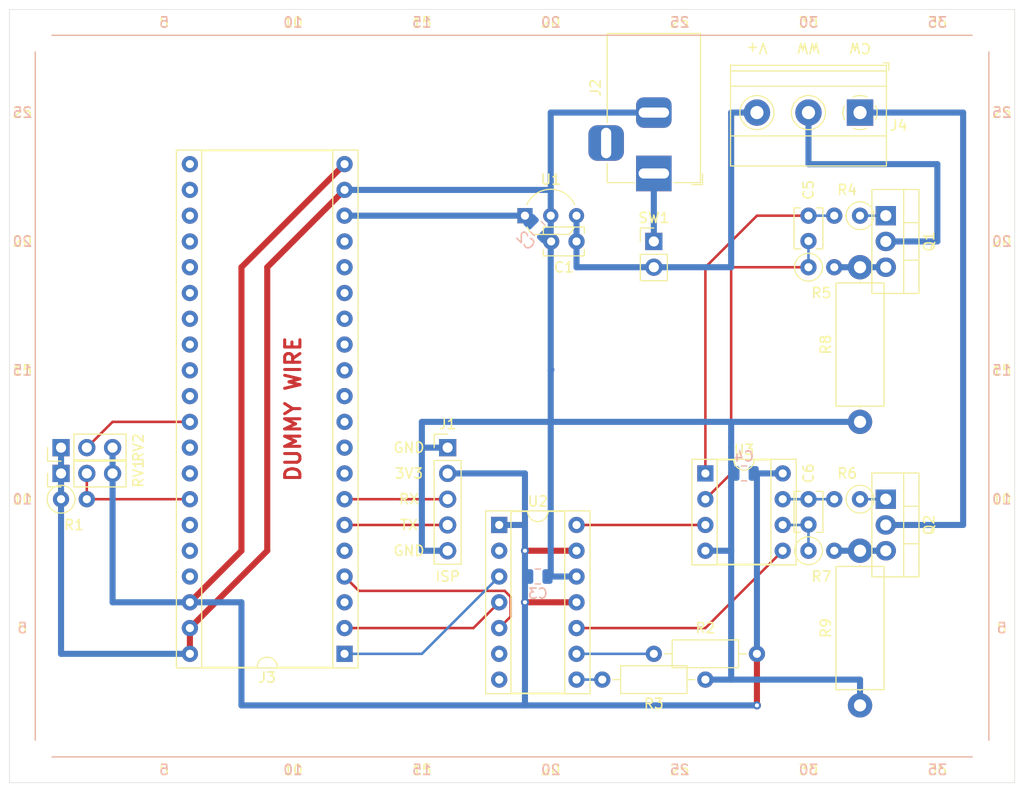
<source format=kicad_pcb>
(kicad_pcb (version 20171130) (host pcbnew 5.1.8-5.1.8)

  (general
    (thickness 1.6)
    (drawings 82)
    (tracks 113)
    (zones 0)
    (modules 31)
    (nets 58)
  )

  (page A4)
  (title_block
    (title "LED Driver (for Prototyping board)")
    (date 2021-02-25)
    (rev 1)
  )

  (layers
    (0 F.Cu signal)
    (31 B.Cu signal)
    (32 B.Adhes user)
    (33 F.Adhes user)
    (34 B.Paste user)
    (35 F.Paste user)
    (36 B.SilkS user)
    (37 F.SilkS user)
    (38 B.Mask user)
    (39 F.Mask user)
    (40 Dwgs.User user)
    (41 Cmts.User user)
    (42 Eco1.User user)
    (43 Eco2.User user)
    (44 Edge.Cuts user)
    (45 Margin user)
    (46 B.CrtYd user)
    (47 F.CrtYd user)
    (48 B.Fab user)
    (49 F.Fab user)
  )

  (setup
    (last_trace_width 0.25)
    (trace_clearance 0.2)
    (zone_clearance 0.508)
    (zone_45_only no)
    (trace_min 0.2)
    (via_size 0.8)
    (via_drill 0.4)
    (via_min_size 0.4)
    (via_min_drill 0.3)
    (uvia_size 0.3)
    (uvia_drill 0.1)
    (uvias_allowed no)
    (uvia_min_size 0.2)
    (uvia_min_drill 0.1)
    (edge_width 0.05)
    (segment_width 0.2)
    (pcb_text_width 0.3)
    (pcb_text_size 1.5 1.5)
    (mod_edge_width 0.12)
    (mod_text_size 1 1)
    (mod_text_width 0.15)
    (pad_size 3.2 3.2)
    (pad_drill 3.2)
    (pad_to_mask_clearance 0)
    (aux_axis_origin 0 0)
    (grid_origin 76.2 127)
    (visible_elements FFFFFF7F)
    (pcbplotparams
      (layerselection 0x010fc_ffffffff)
      (usegerberextensions false)
      (usegerberattributes true)
      (usegerberadvancedattributes true)
      (creategerberjobfile true)
      (excludeedgelayer true)
      (linewidth 0.100000)
      (plotframeref false)
      (viasonmask false)
      (mode 1)
      (useauxorigin false)
      (hpglpennumber 1)
      (hpglpenspeed 20)
      (hpglpendiameter 15.000000)
      (psnegative false)
      (psa4output false)
      (plotreference true)
      (plotvalue true)
      (plotinvisibletext false)
      (padsonsilk false)
      (subtractmaskfromsilk false)
      (outputformat 1)
      (mirror false)
      (drillshape 1)
      (scaleselection 1)
      (outputdirectory ""))
  )

  (net 0 "")
  (net 1 GND)
  (net 2 +3V3)
  (net 3 +5V)
  (net 4 "Net-(C6-Pad1)")
  (net 5 "Net-(C6-Pad2)")
  (net 6 "/RX(A10)(Yellow)")
  (net 7 "/TX(A9)(Blue)")
  (net 8 "Net-(J2-Pad3)")
  (net 9 "Net-(J3-Pad21)")
  (net 10 "Net-(J3-Pad22)")
  (net 11 "Net-(J3-Pad3)")
  (net 12 "Net-(J3-Pad23)")
  (net 13 "Net-(J3-Pad24)")
  (net 14 "Net-(J3-Pad5)")
  (net 15 /Brightness)
  (net 16 /ColorTemperature)
  (net 17 "Net-(J3-Pad27)")
  (net 18 "Net-(J3-Pad8)")
  (net 19 "Net-(J3-Pad28)")
  (net 20 "Net-(J3-Pad9)")
  (net 21 /SS)
  (net 22 "Net-(J3-Pad10)")
  (net 23 /SCK)
  (net 24 "Net-(J3-Pad11)")
  (net 25 "Net-(J3-Pad12)")
  (net 26 /MOSI)
  (net 27 "Net-(J3-Pad13)")
  (net 28 "Net-(J3-Pad33)")
  (net 29 "Net-(J3-Pad14)")
  (net 30 "Net-(J3-Pad15)")
  (net 31 "Net-(J3-Pad35)")
  (net 32 "Net-(J3-Pad16)")
  (net 33 "Net-(J3-Pad36)")
  (net 34 "Net-(J3-Pad17)")
  (net 35 "Net-(J3-Pad37)")
  (net 36 Vdrive)
  (net 37 /WarmWhite)
  (net 38 /CoolWhite)
  (net 39 "Net-(Q1-Pad1)")
  (net 40 "Net-(Q2-Pad1)")
  (net 41 "Net-(R3-Pad2)")
  (net 42 "Net-(J3-Pad32)")
  (net 43 "Net-(J3-Pad30)")
  (net 44 "Net-(J3-Pad29)")
  (net 45 "Net-(J3-Pad26)")
  (net 46 "Net-(J3-Pad25)")
  (net 47 /PowerDCIN)
  (net 48 /PowerQ1S)
  (net 49 /PowerQ2S)
  (net 50 "Net-(C5-Pad2)")
  (net 51 "Net-(C5-Pad1)")
  (net 52 "Net-(R2-Pad2)")
  (net 53 "Net-(U2-Pad14)")
  (net 54 "Net-(U2-Pad7)")
  (net 55 "Net-(U2-Pad6)")
  (net 56 "Net-(U2-Pad10)")
  (net 57 "Net-(U2-Pad2)")

  (net_class Default "This is the default net class."
    (clearance 0.2)
    (trace_width 0.25)
    (via_dia 0.8)
    (via_drill 0.4)
    (uvia_dia 0.3)
    (uvia_drill 0.1)
    (add_net /Brightness)
    (add_net /ColorTemperature)
    (add_net /MOSI)
    (add_net "/RX(A10)(Yellow)")
    (add_net /SCK)
    (add_net /SS)
    (add_net "/TX(A9)(Blue)")
    (add_net "Net-(C5-Pad1)")
    (add_net "Net-(C5-Pad2)")
    (add_net "Net-(C6-Pad1)")
    (add_net "Net-(C6-Pad2)")
    (add_net "Net-(J2-Pad3)")
    (add_net "Net-(J3-Pad10)")
    (add_net "Net-(J3-Pad11)")
    (add_net "Net-(J3-Pad12)")
    (add_net "Net-(J3-Pad13)")
    (add_net "Net-(J3-Pad14)")
    (add_net "Net-(J3-Pad15)")
    (add_net "Net-(J3-Pad16)")
    (add_net "Net-(J3-Pad17)")
    (add_net "Net-(J3-Pad21)")
    (add_net "Net-(J3-Pad22)")
    (add_net "Net-(J3-Pad23)")
    (add_net "Net-(J3-Pad24)")
    (add_net "Net-(J3-Pad25)")
    (add_net "Net-(J3-Pad26)")
    (add_net "Net-(J3-Pad27)")
    (add_net "Net-(J3-Pad28)")
    (add_net "Net-(J3-Pad29)")
    (add_net "Net-(J3-Pad3)")
    (add_net "Net-(J3-Pad30)")
    (add_net "Net-(J3-Pad32)")
    (add_net "Net-(J3-Pad33)")
    (add_net "Net-(J3-Pad35)")
    (add_net "Net-(J3-Pad36)")
    (add_net "Net-(J3-Pad37)")
    (add_net "Net-(J3-Pad5)")
    (add_net "Net-(J3-Pad8)")
    (add_net "Net-(J3-Pad9)")
    (add_net "Net-(Q1-Pad1)")
    (add_net "Net-(Q2-Pad1)")
    (add_net "Net-(R2-Pad2)")
    (add_net "Net-(R3-Pad2)")
    (add_net "Net-(U2-Pad10)")
    (add_net "Net-(U2-Pad14)")
    (add_net "Net-(U2-Pad2)")
    (add_net "Net-(U2-Pad6)")
    (add_net "Net-(U2-Pad7)")
  )

  (net_class Power ""
    (clearance 0.2)
    (trace_width 0.6)
    (via_dia 0.8)
    (via_drill 0.4)
    (uvia_dia 0.3)
    (uvia_drill 0.1)
    (add_net +3V3)
    (add_net +5V)
    (add_net /CoolWhite)
    (add_net /PowerDCIN)
    (add_net /PowerQ1S)
    (add_net /PowerQ2S)
    (add_net /WarmWhite)
    (add_net GND)
    (add_net Vdrive)
  )

  (module MountingHole:MountingHole_3.2mm_M3 (layer F.Cu) (tedit 56D1B4CB) (tstamp 6037BA16)
    (at 76.2 127)
    (descr "Mounting Hole 3.2mm, no annular, M3")
    (tags "mounting hole 3.2mm no annular m3")
    (attr virtual)
    (fp_text reference REF** (at 0 -4.2) (layer F.SilkS) hide
      (effects (font (size 1 1) (thickness 0.15)))
    )
    (fp_text value MountingHole_3.2mm_M3 (at 0 4.2) (layer F.Fab) hide
      (effects (font (size 1 1) (thickness 0.15)))
    )
    (fp_circle (center 0 0) (end 3.2 0) (layer Cmts.User) (width 0.15))
    (fp_circle (center 0 0) (end 3.45 0) (layer F.CrtYd) (width 0.05))
    (fp_text user %R (at 0.3 0) (layer F.Fab) hide
      (effects (font (size 1 1) (thickness 0.15)))
    )
    (pad 1 np_thru_hole circle (at 0 0) (size 3.2 3.2) (drill 3.2) (layers *.Cu *.Mask))
  )

  (module MountingHole:MountingHole_3.2mm_M3 (layer F.Cu) (tedit 56D1B4CB) (tstamp 6037BA16)
    (at 76.2 55.88)
    (descr "Mounting Hole 3.2mm, no annular, M3")
    (tags "mounting hole 3.2mm no annular m3")
    (attr virtual)
    (fp_text reference REF** (at 0 -4.2) (layer F.SilkS) hide
      (effects (font (size 1 1) (thickness 0.15)))
    )
    (fp_text value MountingHole_3.2mm_M3 (at 0 4.2) (layer F.Fab) hide
      (effects (font (size 1 1) (thickness 0.15)))
    )
    (fp_circle (center 0 0) (end 3.2 0) (layer Cmts.User) (width 0.15))
    (fp_circle (center 0 0) (end 3.45 0) (layer F.CrtYd) (width 0.05))
    (fp_text user %R (at 0.3 0) (layer F.Fab) hide
      (effects (font (size 1 1) (thickness 0.15)))
    )
    (pad 1 np_thru_hole circle (at 0 0) (size 3.2 3.2) (drill 3.2) (layers *.Cu *.Mask))
  )

  (module MountingHole:MountingHole_3.2mm_M3 (layer F.Cu) (tedit 56D1B4CB) (tstamp 6037B9F3)
    (at 170.18 127)
    (descr "Mounting Hole 3.2mm, no annular, M3")
    (tags "mounting hole 3.2mm no annular m3")
    (attr virtual)
    (fp_text reference REF** (at 0 -4.2) (layer F.SilkS) hide
      (effects (font (size 1 1) (thickness 0.15)))
    )
    (fp_text value MountingHole_3.2mm_M3 (at 0 4.2) (layer F.Fab) hide
      (effects (font (size 1 1) (thickness 0.15)))
    )
    (fp_circle (center 0 0) (end 3.2 0) (layer Cmts.User) (width 0.15))
    (fp_circle (center 0 0) (end 3.45 0) (layer F.CrtYd) (width 0.05))
    (fp_text user %R (at 0.3 0) (layer F.Fab) hide
      (effects (font (size 1 1) (thickness 0.15)))
    )
    (pad 1 np_thru_hole circle (at 0 0) (size 3.2 3.2) (drill 3.2) (layers *.Cu *.Mask))
  )

  (module MountingHole:MountingHole_3.2mm_M3 (layer F.Cu) (tedit 56D1B4CB) (tstamp 60357670)
    (at 170.18 55.88)
    (descr "Mounting Hole 3.2mm, no annular, M3")
    (tags "mounting hole 3.2mm no annular m3")
    (attr virtual)
    (fp_text reference REF** (at 0 -4.2) (layer F.SilkS) hide
      (effects (font (size 1 1) (thickness 0.15)))
    )
    (fp_text value MountingHole_3.2mm_M3 (at 0 4.2) (layer F.Fab) hide
      (effects (font (size 1 1) (thickness 0.15)))
    )
    (fp_circle (center 0 0) (end 3.2 0) (layer Cmts.User) (width 0.15))
    (fp_circle (center 0 0) (end 3.45 0) (layer F.CrtYd) (width 0.05))
    (fp_text user %R (at 0.3 0) (layer F.Fab) hide
      (effects (font (size 1 1) (thickness 0.15)))
    )
    (pad 1 np_thru_hole circle (at 0 0) (size 3.2 3.2) (drill 3.2) (layers *.Cu *.Mask))
  )

  (module Capacitor_SMD:C_0805_2012Metric (layer B.Cu) (tedit 5F68FEEE) (tstamp 6035A1E0)
    (at 146.05 99.06 180)
    (descr "Capacitor SMD 0805 (2012 Metric), square (rectangular) end terminal, IPC_7351 nominal, (Body size source: IPC-SM-782 page 76, https://www.pcb-3d.com/wordpress/wp-content/uploads/ipc-sm-782a_amendment_1_and_2.pdf, https://docs.google.com/spreadsheets/d/1BsfQQcO9C6DZCsRaXUlFlo91Tg2WpOkGARC1WS5S8t0/edit?usp=sharing), generated with kicad-footprint-generator")
    (tags capacitor)
    (path /60310F6F)
    (attr smd)
    (fp_text reference C4 (at 0 1.68) (layer B.SilkS)
      (effects (font (size 1 1) (thickness 0.15)) (justify mirror))
    )
    (fp_text value 0.1u (at 0 -1.68) (layer B.Fab)
      (effects (font (size 1 1) (thickness 0.15)) (justify mirror))
    )
    (fp_line (start 1.7 -0.98) (end -1.7 -0.98) (layer B.CrtYd) (width 0.05))
    (fp_line (start 1.7 0.98) (end 1.7 -0.98) (layer B.CrtYd) (width 0.05))
    (fp_line (start -1.7 0.98) (end 1.7 0.98) (layer B.CrtYd) (width 0.05))
    (fp_line (start -1.7 -0.98) (end -1.7 0.98) (layer B.CrtYd) (width 0.05))
    (fp_line (start -0.261252 -0.735) (end 0.261252 -0.735) (layer B.SilkS) (width 0.12))
    (fp_line (start -0.261252 0.735) (end 0.261252 0.735) (layer B.SilkS) (width 0.12))
    (fp_line (start 1 -0.625) (end -1 -0.625) (layer B.Fab) (width 0.1))
    (fp_line (start 1 0.625) (end 1 -0.625) (layer B.Fab) (width 0.1))
    (fp_line (start -1 0.625) (end 1 0.625) (layer B.Fab) (width 0.1))
    (fp_line (start -1 -0.625) (end -1 0.625) (layer B.Fab) (width 0.1))
    (fp_text user %R (at 0 0) (layer B.Fab)
      (effects (font (size 0.5 0.5) (thickness 0.08)) (justify mirror))
    )
    (pad 2 smd roundrect (at 0.95 0 180) (size 1 1.45) (layers B.Cu B.Paste B.Mask) (roundrect_rratio 0.25)
      (net 1 GND))
    (pad 1 smd roundrect (at -0.95 0 180) (size 1 1.45) (layers B.Cu B.Paste B.Mask) (roundrect_rratio 0.25)
      (net 2 +3V3))
    (model ${KISYS3DMOD}/Capacitor_SMD.3dshapes/C_0805_2012Metric.wrl
      (at (xyz 0 0 0))
      (scale (xyz 1 1 1))
      (rotate (xyz 0 0 0))
    )
  )

  (module Capacitor_THT:C_Disc_D3.8mm_W2.6mm_P2.50mm (layer F.Cu) (tedit 5AE50EF0) (tstamp 6035A8C5)
    (at 129.54 76.2 180)
    (descr "C, Disc series, Radial, pin pitch=2.50mm, , diameter*width=3.8*2.6mm^2, Capacitor, http://www.vishay.com/docs/45233/krseries.pdf")
    (tags "C Disc series Radial pin pitch 2.50mm  diameter 3.8mm width 2.6mm Capacitor")
    (path /603146FF)
    (fp_text reference C1 (at 1.25 -2.55) (layer F.SilkS)
      (effects (font (size 1 1) (thickness 0.15)))
    )
    (fp_text value 1u (at -2.54 0) (layer F.Fab)
      (effects (font (size 1 1) (thickness 0.15)))
    )
    (fp_line (start 3.55 -1.55) (end -1.05 -1.55) (layer F.CrtYd) (width 0.05))
    (fp_line (start 3.55 1.55) (end 3.55 -1.55) (layer F.CrtYd) (width 0.05))
    (fp_line (start -1.05 1.55) (end 3.55 1.55) (layer F.CrtYd) (width 0.05))
    (fp_line (start -1.05 -1.55) (end -1.05 1.55) (layer F.CrtYd) (width 0.05))
    (fp_line (start 3.27 0.795) (end 3.27 1.42) (layer F.SilkS) (width 0.12))
    (fp_line (start 3.27 -1.42) (end 3.27 -0.795) (layer F.SilkS) (width 0.12))
    (fp_line (start -0.77 0.795) (end -0.77 1.42) (layer F.SilkS) (width 0.12))
    (fp_line (start -0.77 -1.42) (end -0.77 -0.795) (layer F.SilkS) (width 0.12))
    (fp_line (start -0.77 1.42) (end 3.27 1.42) (layer F.SilkS) (width 0.12))
    (fp_line (start -0.77 -1.42) (end 3.27 -1.42) (layer F.SilkS) (width 0.12))
    (fp_line (start 3.15 -1.3) (end -0.65 -1.3) (layer F.Fab) (width 0.1))
    (fp_line (start 3.15 1.3) (end 3.15 -1.3) (layer F.Fab) (width 0.1))
    (fp_line (start -0.65 1.3) (end 3.15 1.3) (layer F.Fab) (width 0.1))
    (fp_line (start -0.65 -1.3) (end -0.65 1.3) (layer F.Fab) (width 0.1))
    (fp_text user %R (at 1.25 0) (layer F.Fab)
      (effects (font (size 0.76 0.76) (thickness 0.114)))
    )
    (pad 2 thru_hole circle (at 2.5 0 180) (size 1.6 1.6) (drill 0.8) (layers *.Cu *.Mask)
      (net 1 GND))
    (pad 1 thru_hole circle (at 0 0 180) (size 1.6 1.6) (drill 0.8) (layers *.Cu *.Mask)
      (net 36 Vdrive))
    (model ${KISYS3DMOD}/Capacitor_THT.3dshapes/C_Disc_D3.8mm_W2.6mm_P2.50mm.wrl
      (at (xyz 0 0 0))
      (scale (xyz 1 1 1))
      (rotate (xyz 0 0 0))
    )
  )

  (module Capacitor_SMD:C_0805_2012Metric (layer B.Cu) (tedit 5F68FEEE) (tstamp 6035A44A)
    (at 125.73 109.22)
    (descr "Capacitor SMD 0805 (2012 Metric), square (rectangular) end terminal, IPC_7351 nominal, (Body size source: IPC-SM-782 page 76, https://www.pcb-3d.com/wordpress/wp-content/uploads/ipc-sm-782a_amendment_1_and_2.pdf, https://docs.google.com/spreadsheets/d/1BsfQQcO9C6DZCsRaXUlFlo91Tg2WpOkGARC1WS5S8t0/edit?usp=sharing), generated with kicad-footprint-generator")
    (tags capacitor)
    (path /602FE528)
    (attr smd)
    (fp_text reference C3 (at 0 1.68) (layer B.SilkS)
      (effects (font (size 1 1) (thickness 0.15)) (justify mirror))
    )
    (fp_text value 0.1u (at 0 -1.68) (layer B.Fab)
      (effects (font (size 1 1) (thickness 0.15)) (justify mirror))
    )
    (fp_line (start 1.7 -0.98) (end -1.7 -0.98) (layer B.CrtYd) (width 0.05))
    (fp_line (start 1.7 0.98) (end 1.7 -0.98) (layer B.CrtYd) (width 0.05))
    (fp_line (start -1.7 0.98) (end 1.7 0.98) (layer B.CrtYd) (width 0.05))
    (fp_line (start -1.7 -0.98) (end -1.7 0.98) (layer B.CrtYd) (width 0.05))
    (fp_line (start -0.261252 -0.735) (end 0.261252 -0.735) (layer B.SilkS) (width 0.12))
    (fp_line (start -0.261252 0.735) (end 0.261252 0.735) (layer B.SilkS) (width 0.12))
    (fp_line (start 1 -0.625) (end -1 -0.625) (layer B.Fab) (width 0.1))
    (fp_line (start 1 0.625) (end 1 -0.625) (layer B.Fab) (width 0.1))
    (fp_line (start -1 0.625) (end 1 0.625) (layer B.Fab) (width 0.1))
    (fp_line (start -1 -0.625) (end -1 0.625) (layer B.Fab) (width 0.1))
    (fp_text user %R (at 0 0) (layer B.Fab)
      (effects (font (size 0.5 0.5) (thickness 0.08)) (justify mirror))
    )
    (pad 2 smd roundrect (at 0.95 0) (size 1 1.45) (layers B.Cu B.Paste B.Mask) (roundrect_rratio 0.25)
      (net 1 GND))
    (pad 1 smd roundrect (at -0.95 0) (size 1 1.45) (layers B.Cu B.Paste B.Mask) (roundrect_rratio 0.25)
      (net 2 +3V3))
    (model ${KISYS3DMOD}/Capacitor_SMD.3dshapes/C_0805_2012Metric.wrl
      (at (xyz 0 0 0))
      (scale (xyz 1 1 1))
      (rotate (xyz 0 0 0))
    )
  )

  (module Capacitor_SMD:C_0805_2012Metric (layer B.Cu) (tedit 5F68FEEE) (tstamp 6035A891)
    (at 125.73 74.93 315)
    (descr "Capacitor SMD 0805 (2012 Metric), square (rectangular) end terminal, IPC_7351 nominal, (Body size source: IPC-SM-782 page 76, https://www.pcb-3d.com/wordpress/wp-content/uploads/ipc-sm-782a_amendment_1_and_2.pdf, https://docs.google.com/spreadsheets/d/1BsfQQcO9C6DZCsRaXUlFlo91Tg2WpOkGARC1WS5S8t0/edit?usp=sharing), generated with kicad-footprint-generator")
    (tags capacitor)
    (path /60313CA7)
    (attr smd)
    (fp_text reference C2 (at 0 1.68 135) (layer B.SilkS)
      (effects (font (size 1 1) (thickness 0.15)) (justify mirror))
    )
    (fp_text value 0.1u (at 0 -1.68 135) (layer B.Fab)
      (effects (font (size 1 1) (thickness 0.15)) (justify mirror))
    )
    (fp_line (start 1.7 -0.98) (end -1.7 -0.98) (layer B.CrtYd) (width 0.05))
    (fp_line (start 1.7 0.98) (end 1.7 -0.98) (layer B.CrtYd) (width 0.05))
    (fp_line (start -1.7 0.98) (end 1.7 0.98) (layer B.CrtYd) (width 0.05))
    (fp_line (start -1.7 -0.98) (end -1.7 0.98) (layer B.CrtYd) (width 0.05))
    (fp_line (start -0.261252 -0.735) (end 0.261252 -0.735) (layer B.SilkS) (width 0.12))
    (fp_line (start -0.261252 0.735) (end 0.261252 0.735) (layer B.SilkS) (width 0.12))
    (fp_line (start 1 -0.625) (end -1 -0.625) (layer B.Fab) (width 0.1))
    (fp_line (start 1 0.625) (end 1 -0.625) (layer B.Fab) (width 0.1))
    (fp_line (start -1 0.625) (end 1 0.625) (layer B.Fab) (width 0.1))
    (fp_line (start -1 -0.625) (end -1 0.625) (layer B.Fab) (width 0.1))
    (fp_text user %R (at 0 0 135) (layer B.Fab)
      (effects (font (size 0.5 0.5) (thickness 0.08)) (justify mirror))
    )
    (pad 2 smd roundrect (at 0.95 0 315) (size 1 1.45) (layers B.Cu B.Paste B.Mask) (roundrect_rratio 0.25)
      (net 1 GND))
    (pad 1 smd roundrect (at -0.95 0 315) (size 1 1.45) (layers B.Cu B.Paste B.Mask) (roundrect_rratio 0.25)
      (net 3 +5V))
    (model ${KISYS3DMOD}/Capacitor_SMD.3dshapes/C_0805_2012Metric.wrl
      (at (xyz 0 0 0))
      (scale (xyz 1 1 1))
      (rotate (xyz 0 0 0))
    )
  )

  (module Capacitor_THT:C_Disc_D3.8mm_W2.6mm_P2.50mm (layer F.Cu) (tedit 5AE50EF0) (tstamp 6035A733)
    (at 152.4 73.66 270)
    (descr "C, Disc series, Radial, pin pitch=2.50mm, , diameter*width=3.8*2.6mm^2, Capacitor, http://www.vishay.com/docs/45233/krseries.pdf")
    (tags "C Disc series Radial pin pitch 2.50mm  diameter 3.8mm width 2.6mm Capacitor")
    (path /60326FB2)
    (fp_text reference C5 (at -2.54 0 90) (layer F.SilkS)
      (effects (font (size 1 1) (thickness 0.15)))
    )
    (fp_text value 1000p (at -3.81 -1.27 90) (layer F.Fab)
      (effects (font (size 1 1) (thickness 0.15)))
    )
    (fp_line (start 3.55 -1.55) (end -1.05 -1.55) (layer F.CrtYd) (width 0.05))
    (fp_line (start 3.55 1.55) (end 3.55 -1.55) (layer F.CrtYd) (width 0.05))
    (fp_line (start -1.05 1.55) (end 3.55 1.55) (layer F.CrtYd) (width 0.05))
    (fp_line (start -1.05 -1.55) (end -1.05 1.55) (layer F.CrtYd) (width 0.05))
    (fp_line (start 3.27 0.795) (end 3.27 1.42) (layer F.SilkS) (width 0.12))
    (fp_line (start 3.27 -1.42) (end 3.27 -0.795) (layer F.SilkS) (width 0.12))
    (fp_line (start -0.77 0.795) (end -0.77 1.42) (layer F.SilkS) (width 0.12))
    (fp_line (start -0.77 -1.42) (end -0.77 -0.795) (layer F.SilkS) (width 0.12))
    (fp_line (start -0.77 1.42) (end 3.27 1.42) (layer F.SilkS) (width 0.12))
    (fp_line (start -0.77 -1.42) (end 3.27 -1.42) (layer F.SilkS) (width 0.12))
    (fp_line (start 3.15 -1.3) (end -0.65 -1.3) (layer F.Fab) (width 0.1))
    (fp_line (start 3.15 1.3) (end 3.15 -1.3) (layer F.Fab) (width 0.1))
    (fp_line (start -0.65 1.3) (end 3.15 1.3) (layer F.Fab) (width 0.1))
    (fp_line (start -0.65 -1.3) (end -0.65 1.3) (layer F.Fab) (width 0.1))
    (fp_text user %R (at 1.25 0 90) (layer F.Fab)
      (effects (font (size 0.76 0.76) (thickness 0.114)))
    )
    (pad 2 thru_hole circle (at 2.5 0 270) (size 1.6 1.6) (drill 0.8) (layers *.Cu *.Mask)
      (net 50 "Net-(C5-Pad2)"))
    (pad 1 thru_hole circle (at 0 0 270) (size 1.6 1.6) (drill 0.8) (layers *.Cu *.Mask)
      (net 51 "Net-(C5-Pad1)"))
    (model ${KISYS3DMOD}/Capacitor_THT.3dshapes/C_Disc_D3.8mm_W2.6mm_P2.50mm.wrl
      (at (xyz 0 0 0))
      (scale (xyz 1 1 1))
      (rotate (xyz 0 0 0))
    )
  )

  (module Capacitor_THT:C_Disc_D3.8mm_W2.6mm_P2.50mm (layer F.Cu) (tedit 5AE50EF0) (tstamp 6035D396)
    (at 152.4 101.6 270)
    (descr "C, Disc series, Radial, pin pitch=2.50mm, , diameter*width=3.8*2.6mm^2, Capacitor, http://www.vishay.com/docs/45233/krseries.pdf")
    (tags "C Disc series Radial pin pitch 2.50mm  diameter 3.8mm width 2.6mm Capacitor")
    (path /6034C617)
    (fp_text reference C6 (at -2.54 0 90) (layer F.SilkS)
      (effects (font (size 1 1) (thickness 0.15)))
    )
    (fp_text value 1000p (at -3.81 -1.27 90) (layer F.Fab)
      (effects (font (size 1 1) (thickness 0.15)))
    )
    (fp_line (start 3.55 -1.55) (end -1.05 -1.55) (layer F.CrtYd) (width 0.05))
    (fp_line (start 3.55 1.55) (end 3.55 -1.55) (layer F.CrtYd) (width 0.05))
    (fp_line (start -1.05 1.55) (end 3.55 1.55) (layer F.CrtYd) (width 0.05))
    (fp_line (start -1.05 -1.55) (end -1.05 1.55) (layer F.CrtYd) (width 0.05))
    (fp_line (start 3.27 0.795) (end 3.27 1.42) (layer F.SilkS) (width 0.12))
    (fp_line (start 3.27 -1.42) (end 3.27 -0.795) (layer F.SilkS) (width 0.12))
    (fp_line (start -0.77 0.795) (end -0.77 1.42) (layer F.SilkS) (width 0.12))
    (fp_line (start -0.77 -1.42) (end -0.77 -0.795) (layer F.SilkS) (width 0.12))
    (fp_line (start -0.77 1.42) (end 3.27 1.42) (layer F.SilkS) (width 0.12))
    (fp_line (start -0.77 -1.42) (end 3.27 -1.42) (layer F.SilkS) (width 0.12))
    (fp_line (start 3.15 -1.3) (end -0.65 -1.3) (layer F.Fab) (width 0.1))
    (fp_line (start 3.15 1.3) (end 3.15 -1.3) (layer F.Fab) (width 0.1))
    (fp_line (start -0.65 1.3) (end 3.15 1.3) (layer F.Fab) (width 0.1))
    (fp_line (start -0.65 -1.3) (end -0.65 1.3) (layer F.Fab) (width 0.1))
    (fp_text user %R (at 1.25 0 90) (layer F.Fab)
      (effects (font (size 0.76 0.76) (thickness 0.114)))
    )
    (pad 2 thru_hole circle (at 2.5 0 270) (size 1.6 1.6) (drill 0.8) (layers *.Cu *.Mask)
      (net 5 "Net-(C6-Pad2)"))
    (pad 1 thru_hole circle (at 0 0 270) (size 1.6 1.6) (drill 0.8) (layers *.Cu *.Mask)
      (net 4 "Net-(C6-Pad1)"))
    (model ${KISYS3DMOD}/Capacitor_THT.3dshapes/C_Disc_D3.8mm_W2.6mm_P2.50mm.wrl
      (at (xyz 0 0 0))
      (scale (xyz 1 1 1))
      (rotate (xyz 0 0 0))
    )
  )

  (module Connector_PinHeader_2.54mm:PinHeader_1x05_P2.54mm_Vertical (layer F.Cu) (tedit 59FED5CC) (tstamp 6035A947)
    (at 116.84 96.52)
    (descr "Through hole straight pin header, 1x05, 2.54mm pitch, single row")
    (tags "Through hole pin header THT 1x05 2.54mm single row")
    (path /6038079A)
    (fp_text reference J1 (at 0 -2.33) (layer F.SilkS)
      (effects (font (size 1 1) (thickness 0.15)))
    )
    (fp_text value ISP (at 0 12.7) (layer F.Fab)
      (effects (font (size 1 1) (thickness 0.15)))
    )
    (fp_line (start 1.8 -1.8) (end -1.8 -1.8) (layer F.CrtYd) (width 0.05))
    (fp_line (start 1.8 11.95) (end 1.8 -1.8) (layer F.CrtYd) (width 0.05))
    (fp_line (start -1.8 11.95) (end 1.8 11.95) (layer F.CrtYd) (width 0.05))
    (fp_line (start -1.8 -1.8) (end -1.8 11.95) (layer F.CrtYd) (width 0.05))
    (fp_line (start -1.33 -1.33) (end 0 -1.33) (layer F.SilkS) (width 0.12))
    (fp_line (start -1.33 0) (end -1.33 -1.33) (layer F.SilkS) (width 0.12))
    (fp_line (start -1.33 1.27) (end 1.33 1.27) (layer F.SilkS) (width 0.12))
    (fp_line (start 1.33 1.27) (end 1.33 11.49) (layer F.SilkS) (width 0.12))
    (fp_line (start -1.33 1.27) (end -1.33 11.49) (layer F.SilkS) (width 0.12))
    (fp_line (start -1.33 11.49) (end 1.33 11.49) (layer F.SilkS) (width 0.12))
    (fp_line (start -1.27 -0.635) (end -0.635 -1.27) (layer F.Fab) (width 0.1))
    (fp_line (start -1.27 11.43) (end -1.27 -0.635) (layer F.Fab) (width 0.1))
    (fp_line (start 1.27 11.43) (end -1.27 11.43) (layer F.Fab) (width 0.1))
    (fp_line (start 1.27 -1.27) (end 1.27 11.43) (layer F.Fab) (width 0.1))
    (fp_line (start -0.635 -1.27) (end 1.27 -1.27) (layer F.Fab) (width 0.1))
    (fp_text user %R (at 0 5.08 90) (layer F.Fab)
      (effects (font (size 1 1) (thickness 0.15)))
    )
    (pad 5 thru_hole oval (at 0 10.16) (size 1.7 1.7) (drill 1) (layers *.Cu *.Mask)
      (net 1 GND))
    (pad 4 thru_hole oval (at 0 7.62) (size 1.7 1.7) (drill 1) (layers *.Cu *.Mask)
      (net 7 "/TX(A9)(Blue)"))
    (pad 3 thru_hole oval (at 0 5.08) (size 1.7 1.7) (drill 1) (layers *.Cu *.Mask)
      (net 6 "/RX(A10)(Yellow)"))
    (pad 2 thru_hole oval (at 0 2.54) (size 1.7 1.7) (drill 1) (layers *.Cu *.Mask)
      (net 2 +3V3))
    (pad 1 thru_hole rect (at 0 0) (size 1.7 1.7) (drill 1) (layers *.Cu *.Mask)
      (net 1 GND))
    (model ${KISYS3DMOD}/Connector_PinHeader_2.54mm.3dshapes/PinHeader_1x05_P2.54mm_Vertical.wrl
      (at (xyz 0 0 0))
      (scale (xyz 1 1 1))
      (rotate (xyz 0 0 0))
    )
  )

  (module Connector_BarrelJack:BarrelJack_Horizontal (layer F.Cu) (tedit 5A1DBF6A) (tstamp 6035A7FB)
    (at 137.16 69.5 270)
    (descr "DC Barrel Jack")
    (tags "Power Jack")
    (path /60363B9F)
    (fp_text reference J2 (at -8.45 5.75 90) (layer F.SilkS)
      (effects (font (size 1 1) (thickness 0.15)))
    )
    (fp_text value "DC Jack" (at -6.2 -5.5 90) (layer F.Fab)
      (effects (font (size 1 1) (thickness 0.15)))
    )
    (fp_line (start 0 -4.5) (end -13.7 -4.5) (layer F.Fab) (width 0.1))
    (fp_line (start 0.8 4.5) (end 0.8 -3.75) (layer F.Fab) (width 0.1))
    (fp_line (start -13.7 4.5) (end 0.8 4.5) (layer F.Fab) (width 0.1))
    (fp_line (start -13.7 -4.5) (end -13.7 4.5) (layer F.Fab) (width 0.1))
    (fp_line (start -10.2 -4.5) (end -10.2 4.5) (layer F.Fab) (width 0.1))
    (fp_line (start 0.9 -4.6) (end 0.9 -2) (layer F.SilkS) (width 0.12))
    (fp_line (start -13.8 -4.6) (end 0.9 -4.6) (layer F.SilkS) (width 0.12))
    (fp_line (start 0.9 4.6) (end -1 4.6) (layer F.SilkS) (width 0.12))
    (fp_line (start 0.9 1.9) (end 0.9 4.6) (layer F.SilkS) (width 0.12))
    (fp_line (start -13.8 4.6) (end -13.8 -4.6) (layer F.SilkS) (width 0.12))
    (fp_line (start -5 4.6) (end -13.8 4.6) (layer F.SilkS) (width 0.12))
    (fp_line (start -14 4.75) (end -14 -4.75) (layer F.CrtYd) (width 0.05))
    (fp_line (start -5 4.75) (end -14 4.75) (layer F.CrtYd) (width 0.05))
    (fp_line (start -5 6.75) (end -5 4.75) (layer F.CrtYd) (width 0.05))
    (fp_line (start -1 6.75) (end -5 6.75) (layer F.CrtYd) (width 0.05))
    (fp_line (start -1 4.75) (end -1 6.75) (layer F.CrtYd) (width 0.05))
    (fp_line (start 1 4.75) (end -1 4.75) (layer F.CrtYd) (width 0.05))
    (fp_line (start 1 2) (end 1 4.75) (layer F.CrtYd) (width 0.05))
    (fp_line (start 2 2) (end 1 2) (layer F.CrtYd) (width 0.05))
    (fp_line (start 2 -2) (end 2 2) (layer F.CrtYd) (width 0.05))
    (fp_line (start 1 -2) (end 2 -2) (layer F.CrtYd) (width 0.05))
    (fp_line (start 1 -4.5) (end 1 -2) (layer F.CrtYd) (width 0.05))
    (fp_line (start 1 -4.75) (end -14 -4.75) (layer F.CrtYd) (width 0.05))
    (fp_line (start 1 -4.5) (end 1 -4.75) (layer F.CrtYd) (width 0.05))
    (fp_line (start 0.05 -4.8) (end 1.1 -4.8) (layer F.SilkS) (width 0.12))
    (fp_line (start 1.1 -3.75) (end 1.1 -4.8) (layer F.SilkS) (width 0.12))
    (fp_line (start -0.003213 -4.505425) (end 0.8 -3.75) (layer F.Fab) (width 0.1))
    (fp_text user %R (at -3 -2.95 90) (layer F.Fab)
      (effects (font (size 1 1) (thickness 0.15)))
    )
    (pad 3 thru_hole roundrect (at -3 4.7 270) (size 3.5 3.5) (drill oval 3 1) (layers *.Cu *.Mask) (roundrect_rratio 0.25)
      (net 8 "Net-(J2-Pad3)"))
    (pad 2 thru_hole roundrect (at -6 0 270) (size 3 3.5) (drill oval 1 3) (layers *.Cu *.Mask) (roundrect_rratio 0.25)
      (net 1 GND))
    (pad 1 thru_hole rect (at 0 0 270) (size 3.5 3.5) (drill oval 1 3) (layers *.Cu *.Mask)
      (net 47 /PowerDCIN))
    (model ${KISYS3DMOD}/Connector_BarrelJack.3dshapes/BarrelJack_Horizontal.wrl
      (at (xyz 0 0 0))
      (scale (xyz 1 1 1))
      (rotate (xyz 0 0 0))
    )
  )

  (module Package_DIP:DIP-40_W15.24mm_Socket (layer F.Cu) (tedit 5A02E8C5) (tstamp 6035A65A)
    (at 106.68 116.84 180)
    (descr "40-lead though-hole mounted DIP package, row spacing 15.24 mm (600 mils), Socket")
    (tags "THT DIP DIL PDIP 2.54mm 15.24mm 600mil Socket")
    (path /603A076A)
    (fp_text reference J3 (at 7.62 -2.33) (layer F.SilkS)
      (effects (font (size 1 1) (thickness 0.15)))
    )
    (fp_text value BluePill (at 7.62 50.59) (layer F.Fab)
      (effects (font (size 1 1) (thickness 0.15)))
    )
    (fp_line (start 16.8 -1.6) (end -1.55 -1.6) (layer F.CrtYd) (width 0.05))
    (fp_line (start 16.8 49.85) (end 16.8 -1.6) (layer F.CrtYd) (width 0.05))
    (fp_line (start -1.55 49.85) (end 16.8 49.85) (layer F.CrtYd) (width 0.05))
    (fp_line (start -1.55 -1.6) (end -1.55 49.85) (layer F.CrtYd) (width 0.05))
    (fp_line (start 16.57 -1.39) (end -1.33 -1.39) (layer F.SilkS) (width 0.12))
    (fp_line (start 16.57 49.65) (end 16.57 -1.39) (layer F.SilkS) (width 0.12))
    (fp_line (start -1.33 49.65) (end 16.57 49.65) (layer F.SilkS) (width 0.12))
    (fp_line (start -1.33 -1.39) (end -1.33 49.65) (layer F.SilkS) (width 0.12))
    (fp_line (start 14.08 -1.33) (end 8.62 -1.33) (layer F.SilkS) (width 0.12))
    (fp_line (start 14.08 49.59) (end 14.08 -1.33) (layer F.SilkS) (width 0.12))
    (fp_line (start 1.16 49.59) (end 14.08 49.59) (layer F.SilkS) (width 0.12))
    (fp_line (start 1.16 -1.33) (end 1.16 49.59) (layer F.SilkS) (width 0.12))
    (fp_line (start 6.62 -1.33) (end 1.16 -1.33) (layer F.SilkS) (width 0.12))
    (fp_line (start 16.51 -1.33) (end -1.27 -1.33) (layer F.Fab) (width 0.1))
    (fp_line (start 16.51 49.59) (end 16.51 -1.33) (layer F.Fab) (width 0.1))
    (fp_line (start -1.27 49.59) (end 16.51 49.59) (layer F.Fab) (width 0.1))
    (fp_line (start -1.27 -1.33) (end -1.27 49.59) (layer F.Fab) (width 0.1))
    (fp_line (start 0.255 -0.27) (end 1.255 -1.27) (layer F.Fab) (width 0.1))
    (fp_line (start 0.255 49.53) (end 0.255 -0.27) (layer F.Fab) (width 0.1))
    (fp_line (start 14.985 49.53) (end 0.255 49.53) (layer F.Fab) (width 0.1))
    (fp_line (start 14.985 -1.27) (end 14.985 49.53) (layer F.Fab) (width 0.1))
    (fp_line (start 1.255 -1.27) (end 14.985 -1.27) (layer F.Fab) (width 0.1))
    (fp_text user %R (at 7.62 24.13) (layer F.Fab)
      (effects (font (size 1 1) (thickness 0.15)))
    )
    (fp_arc (start 7.62 -1.33) (end 6.62 -1.33) (angle -180) (layer F.SilkS) (width 0.12))
    (pad 40 thru_hole oval (at 15.24 0 180) (size 1.6 1.6) (drill 0.8) (layers *.Cu *.Mask)
      (net 1 GND))
    (pad 20 thru_hole oval (at 0 48.26 180) (size 1.6 1.6) (drill 0.8) (layers *.Cu *.Mask)
      (net 2 +3V3))
    (pad 39 thru_hole oval (at 15.24 2.54 180) (size 1.6 1.6) (drill 0.8) (layers *.Cu *.Mask)
      (net 1 GND))
    (pad 19 thru_hole oval (at 0 45.72 180) (size 1.6 1.6) (drill 0.8) (layers *.Cu *.Mask)
      (net 1 GND))
    (pad 38 thru_hole oval (at 15.24 5.08 180) (size 1.6 1.6) (drill 0.8) (layers *.Cu *.Mask)
      (net 2 +3V3))
    (pad 18 thru_hole oval (at 0 43.18 180) (size 1.6 1.6) (drill 0.8) (layers *.Cu *.Mask)
      (net 3 +5V))
    (pad 37 thru_hole oval (at 15.24 7.62 180) (size 1.6 1.6) (drill 0.8) (layers *.Cu *.Mask)
      (net 35 "Net-(J3-Pad37)"))
    (pad 17 thru_hole oval (at 0 40.64 180) (size 1.6 1.6) (drill 0.8) (layers *.Cu *.Mask)
      (net 34 "Net-(J3-Pad17)"))
    (pad 36 thru_hole oval (at 15.24 10.16 180) (size 1.6 1.6) (drill 0.8) (layers *.Cu *.Mask)
      (net 33 "Net-(J3-Pad36)"))
    (pad 16 thru_hole oval (at 0 38.1 180) (size 1.6 1.6) (drill 0.8) (layers *.Cu *.Mask)
      (net 32 "Net-(J3-Pad16)"))
    (pad 35 thru_hole oval (at 15.24 12.7 180) (size 1.6 1.6) (drill 0.8) (layers *.Cu *.Mask)
      (net 31 "Net-(J3-Pad35)"))
    (pad 15 thru_hole oval (at 0 35.56 180) (size 1.6 1.6) (drill 0.8) (layers *.Cu *.Mask)
      (net 30 "Net-(J3-Pad15)"))
    (pad 34 thru_hole oval (at 15.24 15.24 180) (size 1.6 1.6) (drill 0.8) (layers *.Cu *.Mask)
      (net 15 /Brightness))
    (pad 14 thru_hole oval (at 0 33.02 180) (size 1.6 1.6) (drill 0.8) (layers *.Cu *.Mask)
      (net 29 "Net-(J3-Pad14)"))
    (pad 33 thru_hole oval (at 15.24 17.78 180) (size 1.6 1.6) (drill 0.8) (layers *.Cu *.Mask)
      (net 28 "Net-(J3-Pad33)"))
    (pad 13 thru_hole oval (at 0 30.48 180) (size 1.6 1.6) (drill 0.8) (layers *.Cu *.Mask)
      (net 27 "Net-(J3-Pad13)"))
    (pad 32 thru_hole oval (at 15.24 20.32 180) (size 1.6 1.6) (drill 0.8) (layers *.Cu *.Mask)
      (net 42 "Net-(J3-Pad32)"))
    (pad 12 thru_hole oval (at 0 27.94 180) (size 1.6 1.6) (drill 0.8) (layers *.Cu *.Mask)
      (net 25 "Net-(J3-Pad12)"))
    (pad 31 thru_hole oval (at 15.24 22.86 180) (size 1.6 1.6) (drill 0.8) (layers *.Cu *.Mask)
      (net 16 /ColorTemperature))
    (pad 11 thru_hole oval (at 0 25.4 180) (size 1.6 1.6) (drill 0.8) (layers *.Cu *.Mask)
      (net 24 "Net-(J3-Pad11)"))
    (pad 30 thru_hole oval (at 15.24 25.4 180) (size 1.6 1.6) (drill 0.8) (layers *.Cu *.Mask)
      (net 43 "Net-(J3-Pad30)"))
    (pad 10 thru_hole oval (at 0 22.86 180) (size 1.6 1.6) (drill 0.8) (layers *.Cu *.Mask)
      (net 22 "Net-(J3-Pad10)"))
    (pad 29 thru_hole oval (at 15.24 27.94 180) (size 1.6 1.6) (drill 0.8) (layers *.Cu *.Mask)
      (net 44 "Net-(J3-Pad29)"))
    (pad 9 thru_hole oval (at 0 20.32 180) (size 1.6 1.6) (drill 0.8) (layers *.Cu *.Mask)
      (net 20 "Net-(J3-Pad9)"))
    (pad 28 thru_hole oval (at 15.24 30.48 180) (size 1.6 1.6) (drill 0.8) (layers *.Cu *.Mask)
      (net 19 "Net-(J3-Pad28)"))
    (pad 8 thru_hole oval (at 0 17.78 180) (size 1.6 1.6) (drill 0.8) (layers *.Cu *.Mask)
      (net 18 "Net-(J3-Pad8)"))
    (pad 27 thru_hole oval (at 15.24 33.02 180) (size 1.6 1.6) (drill 0.8) (layers *.Cu *.Mask)
      (net 17 "Net-(J3-Pad27)"))
    (pad 7 thru_hole oval (at 0 15.24 180) (size 1.6 1.6) (drill 0.8) (layers *.Cu *.Mask)
      (net 6 "/RX(A10)(Yellow)"))
    (pad 26 thru_hole oval (at 15.24 35.56 180) (size 1.6 1.6) (drill 0.8) (layers *.Cu *.Mask)
      (net 45 "Net-(J3-Pad26)"))
    (pad 6 thru_hole oval (at 0 12.7 180) (size 1.6 1.6) (drill 0.8) (layers *.Cu *.Mask)
      (net 7 "/TX(A9)(Blue)"))
    (pad 25 thru_hole oval (at 15.24 38.1 180) (size 1.6 1.6) (drill 0.8) (layers *.Cu *.Mask)
      (net 46 "Net-(J3-Pad25)"))
    (pad 5 thru_hole oval (at 0 10.16 180) (size 1.6 1.6) (drill 0.8) (layers *.Cu *.Mask)
      (net 14 "Net-(J3-Pad5)"))
    (pad 24 thru_hole oval (at 15.24 40.64 180) (size 1.6 1.6) (drill 0.8) (layers *.Cu *.Mask)
      (net 13 "Net-(J3-Pad24)"))
    (pad 4 thru_hole oval (at 0 7.62 180) (size 1.6 1.6) (drill 0.8) (layers *.Cu *.Mask)
      (net 26 /MOSI))
    (pad 23 thru_hole oval (at 15.24 43.18 180) (size 1.6 1.6) (drill 0.8) (layers *.Cu *.Mask)
      (net 12 "Net-(J3-Pad23)"))
    (pad 3 thru_hole oval (at 0 5.08 180) (size 1.6 1.6) (drill 0.8) (layers *.Cu *.Mask)
      (net 11 "Net-(J3-Pad3)"))
    (pad 22 thru_hole oval (at 15.24 45.72 180) (size 1.6 1.6) (drill 0.8) (layers *.Cu *.Mask)
      (net 10 "Net-(J3-Pad22)"))
    (pad 2 thru_hole oval (at 0 2.54 180) (size 1.6 1.6) (drill 0.8) (layers *.Cu *.Mask)
      (net 23 /SCK))
    (pad 21 thru_hole oval (at 15.24 48.26 180) (size 1.6 1.6) (drill 0.8) (layers *.Cu *.Mask)
      (net 9 "Net-(J3-Pad21)"))
    (pad 1 thru_hole rect (at 0 0 180) (size 1.6 1.6) (drill 0.8) (layers *.Cu *.Mask)
      (net 21 /SS))
    (model ${KISYS3DMOD}/Package_DIP.3dshapes/DIP-40_W15.24mm_Socket.wrl
      (at (xyz 0 0 0))
      (scale (xyz 1 1 1))
      (rotate (xyz 0 0 0))
    )
  )

  (module TerminalBlock_Phoenix:TerminalBlock_Phoenix_MKDS-1,5-3-5.08_1x03_P5.08mm_Horizontal (layer F.Cu) (tedit 5B294EBC) (tstamp 6035A168)
    (at 157.48 63.5 180)
    (descr "Terminal Block Phoenix MKDS-1,5-3-5.08, 3 pins, pitch 5.08mm, size 15.2x9.8mm^2, drill diamater 1.3mm, pad diameter 2.6mm, see http://www.farnell.com/datasheets/100425.pdf, script-generated using https://github.com/pointhi/kicad-footprint-generator/scripts/TerminalBlock_Phoenix")
    (tags "THT Terminal Block Phoenix MKDS-1,5-3-5.08 pitch 5.08mm size 15.2x9.8mm^2 drill 1.3mm pad 2.6mm")
    (path /60325F28)
    (fp_text reference J4 (at -3.81 -1.27) (layer F.SilkS)
      (effects (font (size 1 1) (thickness 0.15)))
    )
    (fp_text value LED (at -5.08 1.27 180) (layer F.Fab)
      (effects (font (size 1 1) (thickness 0.15)))
    )
    (fp_line (start 13.21 -5.71) (end -3.04 -5.71) (layer F.CrtYd) (width 0.05))
    (fp_line (start 13.21 5.1) (end 13.21 -5.71) (layer F.CrtYd) (width 0.05))
    (fp_line (start -3.04 5.1) (end 13.21 5.1) (layer F.CrtYd) (width 0.05))
    (fp_line (start -3.04 -5.71) (end -3.04 5.1) (layer F.CrtYd) (width 0.05))
    (fp_line (start -2.84 4.9) (end -2.34 4.9) (layer F.SilkS) (width 0.12))
    (fp_line (start -2.84 4.16) (end -2.84 4.9) (layer F.SilkS) (width 0.12))
    (fp_line (start 8.933 1.023) (end 8.886 1.069) (layer F.SilkS) (width 0.12))
    (fp_line (start 11.23 -1.275) (end 11.195 -1.239) (layer F.SilkS) (width 0.12))
    (fp_line (start 9.126 1.239) (end 9.091 1.274) (layer F.SilkS) (width 0.12))
    (fp_line (start 11.435 -1.069) (end 11.388 -1.023) (layer F.SilkS) (width 0.12))
    (fp_line (start 11.115 -1.138) (end 9.023 0.955) (layer F.Fab) (width 0.1))
    (fp_line (start 11.298 -0.955) (end 9.206 1.138) (layer F.Fab) (width 0.1))
    (fp_line (start 3.853 1.023) (end 3.806 1.069) (layer F.SilkS) (width 0.12))
    (fp_line (start 6.15 -1.275) (end 6.115 -1.239) (layer F.SilkS) (width 0.12))
    (fp_line (start 4.046 1.239) (end 4.011 1.274) (layer F.SilkS) (width 0.12))
    (fp_line (start 6.355 -1.069) (end 6.308 -1.023) (layer F.SilkS) (width 0.12))
    (fp_line (start 6.035 -1.138) (end 3.943 0.955) (layer F.Fab) (width 0.1))
    (fp_line (start 6.218 -0.955) (end 4.126 1.138) (layer F.Fab) (width 0.1))
    (fp_line (start 0.955 -1.138) (end -1.138 0.955) (layer F.Fab) (width 0.1))
    (fp_line (start 1.138 -0.955) (end -0.955 1.138) (layer F.Fab) (width 0.1))
    (fp_line (start 12.76 -5.261) (end 12.76 4.66) (layer F.SilkS) (width 0.12))
    (fp_line (start -2.6 -5.261) (end -2.6 4.66) (layer F.SilkS) (width 0.12))
    (fp_line (start -2.6 4.66) (end 12.76 4.66) (layer F.SilkS) (width 0.12))
    (fp_line (start -2.6 -5.261) (end 12.76 -5.261) (layer F.SilkS) (width 0.12))
    (fp_line (start -2.6 -2.301) (end 12.76 -2.301) (layer F.SilkS) (width 0.12))
    (fp_line (start -2.54 -2.3) (end 12.7 -2.3) (layer F.Fab) (width 0.1))
    (fp_line (start -2.6 2.6) (end 12.76 2.6) (layer F.SilkS) (width 0.12))
    (fp_line (start -2.54 2.6) (end 12.7 2.6) (layer F.Fab) (width 0.1))
    (fp_line (start -2.6 4.1) (end 12.76 4.1) (layer F.SilkS) (width 0.12))
    (fp_line (start -2.54 4.1) (end 12.7 4.1) (layer F.Fab) (width 0.1))
    (fp_line (start -2.54 4.1) (end -2.54 -5.2) (layer F.Fab) (width 0.1))
    (fp_line (start -2.04 4.6) (end -2.54 4.1) (layer F.Fab) (width 0.1))
    (fp_line (start 12.7 4.6) (end -2.04 4.6) (layer F.Fab) (width 0.1))
    (fp_line (start 12.7 -5.2) (end 12.7 4.6) (layer F.Fab) (width 0.1))
    (fp_line (start -2.54 -5.2) (end 12.7 -5.2) (layer F.Fab) (width 0.1))
    (fp_circle (center 10.16 0) (end 11.84 0) (layer F.SilkS) (width 0.12))
    (fp_circle (center 10.16 0) (end 11.66 0) (layer F.Fab) (width 0.1))
    (fp_circle (center 5.08 0) (end 6.76 0) (layer F.SilkS) (width 0.12))
    (fp_circle (center 5.08 0) (end 6.58 0) (layer F.Fab) (width 0.1))
    (fp_circle (center 0 0) (end 1.5 0) (layer F.Fab) (width 0.1))
    (fp_text user %R (at 5.08 3.2) (layer F.Fab)
      (effects (font (size 1 1) (thickness 0.15)))
    )
    (fp_arc (start 0 0) (end -0.684 1.535) (angle -25) (layer F.SilkS) (width 0.12))
    (fp_arc (start 0 0) (end -1.535 -0.684) (angle -48) (layer F.SilkS) (width 0.12))
    (fp_arc (start 0 0) (end 0.684 -1.535) (angle -48) (layer F.SilkS) (width 0.12))
    (fp_arc (start 0 0) (end 1.535 0.684) (angle -48) (layer F.SilkS) (width 0.12))
    (fp_arc (start 0 0) (end 0 1.68) (angle -24) (layer F.SilkS) (width 0.12))
    (pad 3 thru_hole circle (at 10.16 0 180) (size 2.6 2.6) (drill 1.3) (layers *.Cu *.Mask)
      (net 36 Vdrive))
    (pad 2 thru_hole circle (at 5.08 0 180) (size 2.6 2.6) (drill 1.3) (layers *.Cu *.Mask)
      (net 37 /WarmWhite))
    (pad 1 thru_hole rect (at 0 0 180) (size 2.6 2.6) (drill 1.3) (layers *.Cu *.Mask)
      (net 38 /CoolWhite))
    (model ${KISYS3DMOD}/TerminalBlock_Phoenix.3dshapes/TerminalBlock_Phoenix_MKDS-1,5-3-5.08_1x03_P5.08mm_Horizontal.wrl
      (at (xyz 0 0 0))
      (scale (xyz 1 1 1))
      (rotate (xyz 0 0 0))
    )
  )

  (module Package_TO_SOT_THT:TO-220-3_Vertical (layer F.Cu) (tedit 5AC8BA0D) (tstamp 6035A102)
    (at 160.02 73.66 270)
    (descr "TO-220-3, Vertical, RM 2.54mm, see https://www.vishay.com/docs/66542/to-220-1.pdf")
    (tags "TO-220-3 Vertical RM 2.54mm")
    (path /6030A9D4)
    (fp_text reference Q1 (at 2.54 -4.27 90) (layer F.SilkS)
      (effects (font (size 1 1) (thickness 0.15)))
    )
    (fp_text value 2SK2232 (at 2.54 -6.35 90) (layer F.Fab)
      (effects (font (size 1 1) (thickness 0.15)))
    )
    (fp_line (start 7.79 -3.4) (end -2.71 -3.4) (layer F.CrtYd) (width 0.05))
    (fp_line (start 7.79 1.51) (end 7.79 -3.4) (layer F.CrtYd) (width 0.05))
    (fp_line (start -2.71 1.51) (end 7.79 1.51) (layer F.CrtYd) (width 0.05))
    (fp_line (start -2.71 -3.4) (end -2.71 1.51) (layer F.CrtYd) (width 0.05))
    (fp_line (start 4.391 -3.27) (end 4.391 -1.76) (layer F.SilkS) (width 0.12))
    (fp_line (start 0.69 -3.27) (end 0.69 -1.76) (layer F.SilkS) (width 0.12))
    (fp_line (start -2.58 -1.76) (end 7.66 -1.76) (layer F.SilkS) (width 0.12))
    (fp_line (start 7.66 -3.27) (end 7.66 1.371) (layer F.SilkS) (width 0.12))
    (fp_line (start -2.58 -3.27) (end -2.58 1.371) (layer F.SilkS) (width 0.12))
    (fp_line (start -2.58 1.371) (end 7.66 1.371) (layer F.SilkS) (width 0.12))
    (fp_line (start -2.58 -3.27) (end 7.66 -3.27) (layer F.SilkS) (width 0.12))
    (fp_line (start 4.39 -3.15) (end 4.39 -1.88) (layer F.Fab) (width 0.1))
    (fp_line (start 0.69 -3.15) (end 0.69 -1.88) (layer F.Fab) (width 0.1))
    (fp_line (start -2.46 -1.88) (end 7.54 -1.88) (layer F.Fab) (width 0.1))
    (fp_line (start 7.54 -3.15) (end -2.46 -3.15) (layer F.Fab) (width 0.1))
    (fp_line (start 7.54 1.25) (end 7.54 -3.15) (layer F.Fab) (width 0.1))
    (fp_line (start -2.46 1.25) (end 7.54 1.25) (layer F.Fab) (width 0.1))
    (fp_line (start -2.46 -3.15) (end -2.46 1.25) (layer F.Fab) (width 0.1))
    (fp_text user %R (at 2.54 -4.27 90) (layer F.Fab)
      (effects (font (size 1 1) (thickness 0.15)))
    )
    (pad 3 thru_hole oval (at 5.08 0 270) (size 1.905 2) (drill 1.1) (layers *.Cu *.Mask)
      (net 48 /PowerQ1S))
    (pad 2 thru_hole oval (at 2.54 0 270) (size 1.905 2) (drill 1.1) (layers *.Cu *.Mask)
      (net 37 /WarmWhite))
    (pad 1 thru_hole rect (at 0 0 270) (size 1.905 2) (drill 1.1) (layers *.Cu *.Mask)
      (net 39 "Net-(Q1-Pad1)"))
    (model ${KISYS3DMOD}/Package_TO_SOT_THT.3dshapes/TO-220-3_Vertical.wrl
      (at (xyz 0 0 0))
      (scale (xyz 1 1 1))
      (rotate (xyz 0 0 0))
    )
  )

  (module Package_TO_SOT_THT:TO-220-3_Vertical (layer F.Cu) (tedit 5AC8BA0D) (tstamp 6035A990)
    (at 160.02 101.6 270)
    (descr "TO-220-3, Vertical, RM 2.54mm, see https://www.vishay.com/docs/66542/to-220-1.pdf")
    (tags "TO-220-3 Vertical RM 2.54mm")
    (path /6034C60B)
    (fp_text reference Q2 (at 2.54 -4.27 90) (layer F.SilkS)
      (effects (font (size 1 1) (thickness 0.15)))
    )
    (fp_text value 2SK2232 (at 2.54 -6.35 90) (layer F.Fab)
      (effects (font (size 1 1) (thickness 0.15)))
    )
    (fp_line (start 7.79 -3.4) (end -2.71 -3.4) (layer F.CrtYd) (width 0.05))
    (fp_line (start 7.79 1.51) (end 7.79 -3.4) (layer F.CrtYd) (width 0.05))
    (fp_line (start -2.71 1.51) (end 7.79 1.51) (layer F.CrtYd) (width 0.05))
    (fp_line (start -2.71 -3.4) (end -2.71 1.51) (layer F.CrtYd) (width 0.05))
    (fp_line (start 4.391 -3.27) (end 4.391 -1.76) (layer F.SilkS) (width 0.12))
    (fp_line (start 0.69 -3.27) (end 0.69 -1.76) (layer F.SilkS) (width 0.12))
    (fp_line (start -2.58 -1.76) (end 7.66 -1.76) (layer F.SilkS) (width 0.12))
    (fp_line (start 7.66 -3.27) (end 7.66 1.371) (layer F.SilkS) (width 0.12))
    (fp_line (start -2.58 -3.27) (end -2.58 1.371) (layer F.SilkS) (width 0.12))
    (fp_line (start -2.58 1.371) (end 7.66 1.371) (layer F.SilkS) (width 0.12))
    (fp_line (start -2.58 -3.27) (end 7.66 -3.27) (layer F.SilkS) (width 0.12))
    (fp_line (start 4.39 -3.15) (end 4.39 -1.88) (layer F.Fab) (width 0.1))
    (fp_line (start 0.69 -3.15) (end 0.69 -1.88) (layer F.Fab) (width 0.1))
    (fp_line (start -2.46 -1.88) (end 7.54 -1.88) (layer F.Fab) (width 0.1))
    (fp_line (start 7.54 -3.15) (end -2.46 -3.15) (layer F.Fab) (width 0.1))
    (fp_line (start 7.54 1.25) (end 7.54 -3.15) (layer F.Fab) (width 0.1))
    (fp_line (start -2.46 1.25) (end 7.54 1.25) (layer F.Fab) (width 0.1))
    (fp_line (start -2.46 -3.15) (end -2.46 1.25) (layer F.Fab) (width 0.1))
    (fp_text user %R (at 2.54 -4.27 90) (layer F.Fab)
      (effects (font (size 1 1) (thickness 0.15)))
    )
    (pad 3 thru_hole oval (at 5.08 0 270) (size 1.905 2) (drill 1.1) (layers *.Cu *.Mask)
      (net 49 /PowerQ2S))
    (pad 2 thru_hole oval (at 2.54 0 270) (size 1.905 2) (drill 1.1) (layers *.Cu *.Mask)
      (net 38 /CoolWhite))
    (pad 1 thru_hole rect (at 0 0 270) (size 1.905 2) (drill 1.1) (layers *.Cu *.Mask)
      (net 40 "Net-(Q2-Pad1)"))
    (model ${KISYS3DMOD}/Package_TO_SOT_THT.3dshapes/TO-220-3_Vertical.wrl
      (at (xyz 0 0 0))
      (scale (xyz 1 1 1))
      (rotate (xyz 0 0 0))
    )
  )

  (module Resistor_THT:R_Axial_DIN0414_L11.9mm_D4.5mm_P15.24mm_Horizontal (layer F.Cu) (tedit 5AE5139B) (tstamp 6035B98D)
    (at 157.48 93.98 90)
    (descr "Resistor, Axial_DIN0414 series, Axial, Horizontal, pin pitch=15.24mm, 2W, length*diameter=11.9*4.5mm^2, http://www.vishay.com/docs/20128/wkxwrx.pdf")
    (tags "Resistor Axial_DIN0414 series Axial Horizontal pin pitch 15.24mm 2W length 11.9mm diameter 4.5mm")
    (path /60320441)
    (fp_text reference R8 (at 7.62 -3.37 90) (layer F.SilkS)
      (effects (font (size 1 1) (thickness 0.15)))
    )
    (fp_text value 1 (at 7.62 3.37 90) (layer F.Fab)
      (effects (font (size 1 1) (thickness 0.15)))
    )
    (fp_line (start 16.69 -2.5) (end -1.45 -2.5) (layer F.CrtYd) (width 0.05))
    (fp_line (start 16.69 2.5) (end 16.69 -2.5) (layer F.CrtYd) (width 0.05))
    (fp_line (start -1.45 2.5) (end 16.69 2.5) (layer F.CrtYd) (width 0.05))
    (fp_line (start -1.45 -2.5) (end -1.45 2.5) (layer F.CrtYd) (width 0.05))
    (fp_line (start 13.8 0) (end 13.69 0) (layer F.SilkS) (width 0.12))
    (fp_line (start 1.44 0) (end 1.55 0) (layer F.SilkS) (width 0.12))
    (fp_line (start 13.69 -2.37) (end 1.55 -2.37) (layer F.SilkS) (width 0.12))
    (fp_line (start 13.69 2.37) (end 13.69 -2.37) (layer F.SilkS) (width 0.12))
    (fp_line (start 1.55 2.37) (end 13.69 2.37) (layer F.SilkS) (width 0.12))
    (fp_line (start 1.55 -2.37) (end 1.55 2.37) (layer F.SilkS) (width 0.12))
    (fp_line (start 15.24 0) (end 13.57 0) (layer F.Fab) (width 0.1))
    (fp_line (start 0 0) (end 1.67 0) (layer F.Fab) (width 0.1))
    (fp_line (start 13.57 -2.25) (end 1.67 -2.25) (layer F.Fab) (width 0.1))
    (fp_line (start 13.57 2.25) (end 13.57 -2.25) (layer F.Fab) (width 0.1))
    (fp_line (start 1.67 2.25) (end 13.57 2.25) (layer F.Fab) (width 0.1))
    (fp_line (start 1.67 -2.25) (end 1.67 2.25) (layer F.Fab) (width 0.1))
    (fp_text user %R (at 7.62 0 90) (layer F.Fab)
      (effects (font (size 1 1) (thickness 0.15)))
    )
    (pad 2 thru_hole oval (at 15.24 0 90) (size 2.4 2.4) (drill 1.2) (layers *.Cu *.Mask)
      (net 48 /PowerQ1S))
    (pad 1 thru_hole circle (at 0 0 90) (size 2.4 2.4) (drill 1.2) (layers *.Cu *.Mask)
      (net 1 GND))
    (model ${KISYS3DMOD}/Resistor_THT.3dshapes/R_Axial_DIN0414_L11.9mm_D4.5mm_P15.24mm_Horizontal.wrl
      (at (xyz 0 0 0))
      (scale (xyz 1 1 1))
      (rotate (xyz 0 0 0))
    )
  )

  (module Resistor_THT:R_Axial_DIN0414_L11.9mm_D4.5mm_P15.24mm_Horizontal (layer F.Cu) (tedit 5AE5139B) (tstamp 6035A4E9)
    (at 157.48 121.92 90)
    (descr "Resistor, Axial_DIN0414 series, Axial, Horizontal, pin pitch=15.24mm, 2W, length*diameter=11.9*4.5mm^2, http://www.vishay.com/docs/20128/wkxwrx.pdf")
    (tags "Resistor Axial_DIN0414 series Axial Horizontal pin pitch 15.24mm 2W length 11.9mm diameter 4.5mm")
    (path /6034C611)
    (fp_text reference R9 (at 7.62 -3.37 90) (layer F.SilkS)
      (effects (font (size 1 1) (thickness 0.15)))
    )
    (fp_text value 1 (at 7.62 3.37 90) (layer F.Fab)
      (effects (font (size 1 1) (thickness 0.15)))
    )
    (fp_line (start 16.69 -2.5) (end -1.45 -2.5) (layer F.CrtYd) (width 0.05))
    (fp_line (start 16.69 2.5) (end 16.69 -2.5) (layer F.CrtYd) (width 0.05))
    (fp_line (start -1.45 2.5) (end 16.69 2.5) (layer F.CrtYd) (width 0.05))
    (fp_line (start -1.45 -2.5) (end -1.45 2.5) (layer F.CrtYd) (width 0.05))
    (fp_line (start 13.8 0) (end 13.69 0) (layer F.SilkS) (width 0.12))
    (fp_line (start 1.44 0) (end 1.55 0) (layer F.SilkS) (width 0.12))
    (fp_line (start 13.69 -2.37) (end 1.55 -2.37) (layer F.SilkS) (width 0.12))
    (fp_line (start 13.69 2.37) (end 13.69 -2.37) (layer F.SilkS) (width 0.12))
    (fp_line (start 1.55 2.37) (end 13.69 2.37) (layer F.SilkS) (width 0.12))
    (fp_line (start 1.55 -2.37) (end 1.55 2.37) (layer F.SilkS) (width 0.12))
    (fp_line (start 15.24 0) (end 13.57 0) (layer F.Fab) (width 0.1))
    (fp_line (start 0 0) (end 1.67 0) (layer F.Fab) (width 0.1))
    (fp_line (start 13.57 -2.25) (end 1.67 -2.25) (layer F.Fab) (width 0.1))
    (fp_line (start 13.57 2.25) (end 13.57 -2.25) (layer F.Fab) (width 0.1))
    (fp_line (start 1.67 2.25) (end 13.57 2.25) (layer F.Fab) (width 0.1))
    (fp_line (start 1.67 -2.25) (end 1.67 2.25) (layer F.Fab) (width 0.1))
    (fp_text user %R (at 7.62 0 90) (layer F.Fab)
      (effects (font (size 1 1) (thickness 0.15)))
    )
    (pad 2 thru_hole oval (at 15.24 0 90) (size 2.4 2.4) (drill 1.2) (layers *.Cu *.Mask)
      (net 49 /PowerQ2S))
    (pad 1 thru_hole circle (at 0 0 90) (size 2.4 2.4) (drill 1.2) (layers *.Cu *.Mask)
      (net 1 GND))
    (model ${KISYS3DMOD}/Resistor_THT.3dshapes/R_Axial_DIN0414_L11.9mm_D4.5mm_P15.24mm_Horizontal.wrl
      (at (xyz 0 0 0))
      (scale (xyz 1 1 1))
      (rotate (xyz 0 0 0))
    )
  )

  (module Connector_PinHeader_2.54mm:PinHeader_1x02_P2.54mm_Vertical (layer F.Cu) (tedit 59FED5CC) (tstamp 6035A6F5)
    (at 137.16 76.2)
    (descr "Through hole straight pin header, 1x02, 2.54mm pitch, single row")
    (tags "Through hole pin header THT 1x02 2.54mm single row")
    (path /60351CCA)
    (fp_text reference SW1 (at 0 -2.33) (layer F.SilkS)
      (effects (font (size 1 1) (thickness 0.15)))
    )
    (fp_text value SW_SPST (at 0 4.87) (layer F.Fab)
      (effects (font (size 1 1) (thickness 0.15)))
    )
    (fp_line (start 1.8 -1.8) (end -1.8 -1.8) (layer F.CrtYd) (width 0.05))
    (fp_line (start 1.8 4.35) (end 1.8 -1.8) (layer F.CrtYd) (width 0.05))
    (fp_line (start -1.8 4.35) (end 1.8 4.35) (layer F.CrtYd) (width 0.05))
    (fp_line (start -1.8 -1.8) (end -1.8 4.35) (layer F.CrtYd) (width 0.05))
    (fp_line (start -1.33 -1.33) (end 0 -1.33) (layer F.SilkS) (width 0.12))
    (fp_line (start -1.33 0) (end -1.33 -1.33) (layer F.SilkS) (width 0.12))
    (fp_line (start -1.33 1.27) (end 1.33 1.27) (layer F.SilkS) (width 0.12))
    (fp_line (start 1.33 1.27) (end 1.33 3.87) (layer F.SilkS) (width 0.12))
    (fp_line (start -1.33 1.27) (end -1.33 3.87) (layer F.SilkS) (width 0.12))
    (fp_line (start -1.33 3.87) (end 1.33 3.87) (layer F.SilkS) (width 0.12))
    (fp_line (start -1.27 -0.635) (end -0.635 -1.27) (layer F.Fab) (width 0.1))
    (fp_line (start -1.27 3.81) (end -1.27 -0.635) (layer F.Fab) (width 0.1))
    (fp_line (start 1.27 3.81) (end -1.27 3.81) (layer F.Fab) (width 0.1))
    (fp_line (start 1.27 -1.27) (end 1.27 3.81) (layer F.Fab) (width 0.1))
    (fp_line (start -0.635 -1.27) (end 1.27 -1.27) (layer F.Fab) (width 0.1))
    (fp_text user %R (at 0 1.27 90) (layer F.Fab)
      (effects (font (size 1 1) (thickness 0.15)))
    )
    (pad 2 thru_hole oval (at 0 2.54) (size 1.7 1.7) (drill 1) (layers *.Cu *.Mask)
      (net 36 Vdrive))
    (pad 1 thru_hole rect (at 0 0) (size 1.7 1.7) (drill 1) (layers *.Cu *.Mask)
      (net 47 /PowerDCIN))
    (model ${KISYS3DMOD}/Connector_PinHeader_2.54mm.3dshapes/PinHeader_1x02_P2.54mm_Vertical.wrl
      (at (xyz 0 0 0))
      (scale (xyz 1 1 1))
      (rotate (xyz 0 0 0))
    )
  )

  (module Package_DIP:DIP-8_W7.62mm_Socket (layer F.Cu) (tedit 5A02E8C5) (tstamp 6035A48D)
    (at 142.24 99.06)
    (descr "8-lead though-hole mounted DIP package, row spacing 7.62 mm (300 mils), Socket")
    (tags "THT DIP DIL PDIP 2.54mm 7.62mm 300mil Socket")
    (path /603039FD)
    (fp_text reference U3 (at 3.81 -2.33) (layer F.SilkS)
      (effects (font (size 1 1) (thickness 0.15)))
    )
    (fp_text value LM358 (at 3.81 9.95) (layer F.Fab)
      (effects (font (size 1 1) (thickness 0.15)))
    )
    (fp_line (start 9.15 -1.6) (end -1.55 -1.6) (layer F.CrtYd) (width 0.05))
    (fp_line (start 9.15 9.2) (end 9.15 -1.6) (layer F.CrtYd) (width 0.05))
    (fp_line (start -1.55 9.2) (end 9.15 9.2) (layer F.CrtYd) (width 0.05))
    (fp_line (start -1.55 -1.6) (end -1.55 9.2) (layer F.CrtYd) (width 0.05))
    (fp_line (start 8.95 -1.39) (end -1.33 -1.39) (layer F.SilkS) (width 0.12))
    (fp_line (start 8.95 9.01) (end 8.95 -1.39) (layer F.SilkS) (width 0.12))
    (fp_line (start -1.33 9.01) (end 8.95 9.01) (layer F.SilkS) (width 0.12))
    (fp_line (start -1.33 -1.39) (end -1.33 9.01) (layer F.SilkS) (width 0.12))
    (fp_line (start 6.46 -1.33) (end 4.81 -1.33) (layer F.SilkS) (width 0.12))
    (fp_line (start 6.46 8.95) (end 6.46 -1.33) (layer F.SilkS) (width 0.12))
    (fp_line (start 1.16 8.95) (end 6.46 8.95) (layer F.SilkS) (width 0.12))
    (fp_line (start 1.16 -1.33) (end 1.16 8.95) (layer F.SilkS) (width 0.12))
    (fp_line (start 2.81 -1.33) (end 1.16 -1.33) (layer F.SilkS) (width 0.12))
    (fp_line (start 8.89 -1.33) (end -1.27 -1.33) (layer F.Fab) (width 0.1))
    (fp_line (start 8.89 8.95) (end 8.89 -1.33) (layer F.Fab) (width 0.1))
    (fp_line (start -1.27 8.95) (end 8.89 8.95) (layer F.Fab) (width 0.1))
    (fp_line (start -1.27 -1.33) (end -1.27 8.95) (layer F.Fab) (width 0.1))
    (fp_line (start 0.635 -0.27) (end 1.635 -1.27) (layer F.Fab) (width 0.1))
    (fp_line (start 0.635 8.89) (end 0.635 -0.27) (layer F.Fab) (width 0.1))
    (fp_line (start 6.985 8.89) (end 0.635 8.89) (layer F.Fab) (width 0.1))
    (fp_line (start 6.985 -1.27) (end 6.985 8.89) (layer F.Fab) (width 0.1))
    (fp_line (start 1.635 -1.27) (end 6.985 -1.27) (layer F.Fab) (width 0.1))
    (fp_text user %R (at 3.81 3.81) (layer F.Fab)
      (effects (font (size 1 1) (thickness 0.15)))
    )
    (fp_arc (start 3.81 -1.33) (end 2.81 -1.33) (angle -180) (layer F.SilkS) (width 0.12))
    (pad 8 thru_hole oval (at 7.62 0) (size 1.6 1.6) (drill 0.8) (layers *.Cu *.Mask)
      (net 2 +3V3))
    (pad 4 thru_hole oval (at 0 7.62) (size 1.6 1.6) (drill 0.8) (layers *.Cu *.Mask)
      (net 1 GND))
    (pad 7 thru_hole oval (at 7.62 2.54) (size 1.6 1.6) (drill 0.8) (layers *.Cu *.Mask)
      (net 4 "Net-(C6-Pad1)"))
    (pad 3 thru_hole oval (at 0 5.08) (size 1.6 1.6) (drill 0.8) (layers *.Cu *.Mask)
      (net 53 "Net-(U2-Pad14)"))
    (pad 6 thru_hole oval (at 7.62 5.08) (size 1.6 1.6) (drill 0.8) (layers *.Cu *.Mask)
      (net 5 "Net-(C6-Pad2)"))
    (pad 2 thru_hole oval (at 0 2.54) (size 1.6 1.6) (drill 0.8) (layers *.Cu *.Mask)
      (net 50 "Net-(C5-Pad2)"))
    (pad 5 thru_hole oval (at 7.62 7.62) (size 1.6 1.6) (drill 0.8) (layers *.Cu *.Mask)
      (net 56 "Net-(U2-Pad10)"))
    (pad 1 thru_hole rect (at 0 0) (size 1.6 1.6) (drill 0.8) (layers *.Cu *.Mask)
      (net 51 "Net-(C5-Pad1)"))
    (model ${KISYS3DMOD}/Package_DIP.3dshapes/DIP-8_W7.62mm_Socket.wrl
      (at (xyz 0 0 0))
      (scale (xyz 1 1 1))
      (rotate (xyz 0 0 0))
    )
  )

  (module Package_TO_SOT_THT:TO-92_Inline_Wide (layer F.Cu) (tedit 5A02FF81) (tstamp 6035A7B3)
    (at 124.46 73.66)
    (descr "TO-92 leads in-line, wide, drill 0.75mm (see NXP sot054_po.pdf)")
    (tags "to-92 sc-43 sc-43a sot54 PA33 transistor")
    (path /602FFC70)
    (fp_text reference U1 (at 2.54 -3.56) (layer F.SilkS)
      (effects (font (size 1 1) (thickness 0.15)))
    )
    (fp_text value NJM78L05 (at 2.54 -5.08) (layer F.Fab)
      (effects (font (size 1 1) (thickness 0.15)))
    )
    (fp_line (start 6.09 2.01) (end -1.01 2.01) (layer F.CrtYd) (width 0.05))
    (fp_line (start 6.09 2.01) (end 6.09 -2.73) (layer F.CrtYd) (width 0.05))
    (fp_line (start -1.01 -2.73) (end -1.01 2.01) (layer F.CrtYd) (width 0.05))
    (fp_line (start -1.01 -2.73) (end 6.09 -2.73) (layer F.CrtYd) (width 0.05))
    (fp_line (start 0.8 1.75) (end 4.3 1.75) (layer F.Fab) (width 0.1))
    (fp_line (start 0.74 1.85) (end 4.34 1.85) (layer F.SilkS) (width 0.12))
    (fp_arc (start 2.54 0) (end 4.34 1.85) (angle -20) (layer F.SilkS) (width 0.12))
    (fp_arc (start 2.54 0) (end 2.54 -2.48) (angle -135) (layer F.Fab) (width 0.1))
    (fp_arc (start 2.54 0) (end 2.54 -2.48) (angle 135) (layer F.Fab) (width 0.1))
    (fp_arc (start 2.54 0) (end 2.54 -2.6) (angle 65) (layer F.SilkS) (width 0.12))
    (fp_arc (start 2.54 0) (end 2.54 -2.6) (angle -65) (layer F.SilkS) (width 0.12))
    (fp_arc (start 2.54 0) (end 0.74 1.85) (angle 20) (layer F.SilkS) (width 0.12))
    (fp_text user %R (at 2.54 0) (layer F.Fab)
      (effects (font (size 1 1) (thickness 0.15)))
    )
    (pad 1 thru_hole rect (at 0 0) (size 1.5 1.5) (drill 0.8) (layers *.Cu *.Mask)
      (net 3 +5V))
    (pad 3 thru_hole circle (at 5.08 0) (size 1.5 1.5) (drill 0.8) (layers *.Cu *.Mask)
      (net 36 Vdrive))
    (pad 2 thru_hole circle (at 2.54 0) (size 1.5 1.5) (drill 0.8) (layers *.Cu *.Mask)
      (net 1 GND))
    (model ${KISYS3DMOD}/Package_TO_SOT_THT.3dshapes/TO-92_Inline_Wide.wrl
      (at (xyz 0 0 0))
      (scale (xyz 1 1 1))
      (rotate (xyz 0 0 0))
    )
  )

  (module Package_DIP:DIP-14_W7.62mm_Socket (layer F.Cu) (tedit 5A02E8C5) (tstamp 6035A097)
    (at 121.92 104.14)
    (descr "14-lead though-hole mounted DIP package, row spacing 7.62 mm (300 mils), Socket")
    (tags "THT DIP DIL PDIP 2.54mm 7.62mm 300mil Socket")
    (path /602FB374)
    (fp_text reference U2 (at 3.81 -2.33) (layer F.SilkS)
      (effects (font (size 1 1) (thickness 0.15)))
    )
    (fp_text value MCP4922-EP (at 3.81 17.57) (layer F.Fab)
      (effects (font (size 1 1) (thickness 0.15)))
    )
    (fp_line (start 9.15 -1.6) (end -1.55 -1.6) (layer F.CrtYd) (width 0.05))
    (fp_line (start 9.15 16.85) (end 9.15 -1.6) (layer F.CrtYd) (width 0.05))
    (fp_line (start -1.55 16.85) (end 9.15 16.85) (layer F.CrtYd) (width 0.05))
    (fp_line (start -1.55 -1.6) (end -1.55 16.85) (layer F.CrtYd) (width 0.05))
    (fp_line (start 8.95 -1.39) (end -1.33 -1.39) (layer F.SilkS) (width 0.12))
    (fp_line (start 8.95 16.63) (end 8.95 -1.39) (layer F.SilkS) (width 0.12))
    (fp_line (start -1.33 16.63) (end 8.95 16.63) (layer F.SilkS) (width 0.12))
    (fp_line (start -1.33 -1.39) (end -1.33 16.63) (layer F.SilkS) (width 0.12))
    (fp_line (start 6.46 -1.33) (end 4.81 -1.33) (layer F.SilkS) (width 0.12))
    (fp_line (start 6.46 16.57) (end 6.46 -1.33) (layer F.SilkS) (width 0.12))
    (fp_line (start 1.16 16.57) (end 6.46 16.57) (layer F.SilkS) (width 0.12))
    (fp_line (start 1.16 -1.33) (end 1.16 16.57) (layer F.SilkS) (width 0.12))
    (fp_line (start 2.81 -1.33) (end 1.16 -1.33) (layer F.SilkS) (width 0.12))
    (fp_line (start 8.89 -1.33) (end -1.27 -1.33) (layer F.Fab) (width 0.1))
    (fp_line (start 8.89 16.57) (end 8.89 -1.33) (layer F.Fab) (width 0.1))
    (fp_line (start -1.27 16.57) (end 8.89 16.57) (layer F.Fab) (width 0.1))
    (fp_line (start -1.27 -1.33) (end -1.27 16.57) (layer F.Fab) (width 0.1))
    (fp_line (start 0.635 -0.27) (end 1.635 -1.27) (layer F.Fab) (width 0.1))
    (fp_line (start 0.635 16.51) (end 0.635 -0.27) (layer F.Fab) (width 0.1))
    (fp_line (start 6.985 16.51) (end 0.635 16.51) (layer F.Fab) (width 0.1))
    (fp_line (start 6.985 -1.27) (end 6.985 16.51) (layer F.Fab) (width 0.1))
    (fp_line (start 1.635 -1.27) (end 6.985 -1.27) (layer F.Fab) (width 0.1))
    (fp_text user %R (at 3.81 7.62) (layer F.Fab)
      (effects (font (size 1 1) (thickness 0.15)))
    )
    (fp_arc (start 3.81 -1.33) (end 2.81 -1.33) (angle -180) (layer F.SilkS) (width 0.12))
    (pad 14 thru_hole oval (at 7.62 0) (size 1.6 1.6) (drill 0.8) (layers *.Cu *.Mask)
      (net 53 "Net-(U2-Pad14)"))
    (pad 7 thru_hole oval (at 0 15.24) (size 1.6 1.6) (drill 0.8) (layers *.Cu *.Mask)
      (net 54 "Net-(U2-Pad7)"))
    (pad 13 thru_hole oval (at 7.62 2.54) (size 1.6 1.6) (drill 0.8) (layers *.Cu *.Mask)
      (net 2 +3V3))
    (pad 6 thru_hole oval (at 0 12.7) (size 1.6 1.6) (drill 0.8) (layers *.Cu *.Mask)
      (net 55 "Net-(U2-Pad6)"))
    (pad 12 thru_hole oval (at 7.62 5.08) (size 1.6 1.6) (drill 0.8) (layers *.Cu *.Mask)
      (net 1 GND))
    (pad 5 thru_hole oval (at 0 10.16) (size 1.6 1.6) (drill 0.8) (layers *.Cu *.Mask)
      (net 26 /MOSI))
    (pad 11 thru_hole oval (at 7.62 7.62) (size 1.6 1.6) (drill 0.8) (layers *.Cu *.Mask)
      (net 2 +3V3))
    (pad 4 thru_hole oval (at 0 7.62) (size 1.6 1.6) (drill 0.8) (layers *.Cu *.Mask)
      (net 23 /SCK))
    (pad 10 thru_hole oval (at 7.62 10.16) (size 1.6 1.6) (drill 0.8) (layers *.Cu *.Mask)
      (net 56 "Net-(U2-Pad10)"))
    (pad 3 thru_hole oval (at 0 5.08) (size 1.6 1.6) (drill 0.8) (layers *.Cu *.Mask)
      (net 21 /SS))
    (pad 9 thru_hole oval (at 7.62 12.7) (size 1.6 1.6) (drill 0.8) (layers *.Cu *.Mask)
      (net 52 "Net-(R2-Pad2)"))
    (pad 2 thru_hole oval (at 0 2.54) (size 1.6 1.6) (drill 0.8) (layers *.Cu *.Mask)
      (net 57 "Net-(U2-Pad2)"))
    (pad 8 thru_hole oval (at 7.62 15.24) (size 1.6 1.6) (drill 0.8) (layers *.Cu *.Mask)
      (net 41 "Net-(R3-Pad2)"))
    (pad 1 thru_hole rect (at 0 0) (size 1.6 1.6) (drill 0.8) (layers *.Cu *.Mask)
      (net 2 +3V3))
    (model ${KISYS3DMOD}/Package_DIP.3dshapes/DIP-14_W7.62mm_Socket.wrl
      (at (xyz 0 0 0))
      (scale (xyz 1 1 1))
      (rotate (xyz 0 0 0))
    )
  )

  (module Connector_PinHeader_2.54mm:PinHeader_1x03_P2.54mm_Vertical (layer F.Cu) (tedit 59FED5CC) (tstamp 6035A52B)
    (at 78.74 99.06 90)
    (descr "Through hole straight pin header, 1x03, 2.54mm pitch, single row")
    (tags "Through hole pin header THT 1x03 2.54mm single row")
    (path /603F6BF1)
    (fp_text reference RV1 (at 0 7.62 90) (layer F.SilkS)
      (effects (font (size 1 1) (thickness 0.15)))
    )
    (fp_text value "10k B" (at 0 -2.54 90) (layer F.Fab)
      (effects (font (size 1 1) (thickness 0.15)))
    )
    (fp_line (start 1.8 -1.8) (end -1.8 -1.8) (layer F.CrtYd) (width 0.05))
    (fp_line (start 1.8 6.85) (end 1.8 -1.8) (layer F.CrtYd) (width 0.05))
    (fp_line (start -1.8 6.85) (end 1.8 6.85) (layer F.CrtYd) (width 0.05))
    (fp_line (start -1.8 -1.8) (end -1.8 6.85) (layer F.CrtYd) (width 0.05))
    (fp_line (start -1.33 -1.33) (end 0 -1.33) (layer F.SilkS) (width 0.12))
    (fp_line (start -1.33 0) (end -1.33 -1.33) (layer F.SilkS) (width 0.12))
    (fp_line (start -1.33 1.27) (end 1.33 1.27) (layer F.SilkS) (width 0.12))
    (fp_line (start 1.33 1.27) (end 1.33 6.41) (layer F.SilkS) (width 0.12))
    (fp_line (start -1.33 1.27) (end -1.33 6.41) (layer F.SilkS) (width 0.12))
    (fp_line (start -1.33 6.41) (end 1.33 6.41) (layer F.SilkS) (width 0.12))
    (fp_line (start -1.27 -0.635) (end -0.635 -1.27) (layer F.Fab) (width 0.1))
    (fp_line (start -1.27 6.35) (end -1.27 -0.635) (layer F.Fab) (width 0.1))
    (fp_line (start 1.27 6.35) (end -1.27 6.35) (layer F.Fab) (width 0.1))
    (fp_line (start 1.27 -1.27) (end 1.27 6.35) (layer F.Fab) (width 0.1))
    (fp_line (start -0.635 -1.27) (end 1.27 -1.27) (layer F.Fab) (width 0.1))
    (fp_text user %R (at 0 2.54) (layer F.Fab)
      (effects (font (size 1 1) (thickness 0.15)))
    )
    (pad 3 thru_hole oval (at 0 5.08 90) (size 1.7 1.7) (drill 1) (layers *.Cu *.Mask)
      (net 2 +3V3))
    (pad 2 thru_hole oval (at 0 2.54 90) (size 1.7 1.7) (drill 1) (layers *.Cu *.Mask)
      (net 15 /Brightness))
    (pad 1 thru_hole rect (at 0 0 90) (size 1.7 1.7) (drill 1) (layers *.Cu *.Mask)
      (net 1 GND))
    (model ${KISYS3DMOD}/Connector_PinHeader_2.54mm.3dshapes/PinHeader_1x03_P2.54mm_Vertical.wrl
      (at (xyz 0 0 0))
      (scale (xyz 1 1 1))
      (rotate (xyz 0 0 0))
    )
  )

  (module Connector_PinHeader_2.54mm:PinHeader_1x03_P2.54mm_Vertical (layer F.Cu) (tedit 59FED5CC) (tstamp 6035A56D)
    (at 78.74 96.52 90)
    (descr "Through hole straight pin header, 1x03, 2.54mm pitch, single row")
    (tags "Through hole pin header THT 1x03 2.54mm single row")
    (path /603F8259)
    (fp_text reference RV2 (at 0 7.62 90) (layer F.SilkS)
      (effects (font (size 1 1) (thickness 0.15)))
    )
    (fp_text value "10k B" (at 5.08 2.54 90) (layer F.Fab)
      (effects (font (size 1 1) (thickness 0.15)))
    )
    (fp_line (start 1.8 -1.8) (end -1.8 -1.8) (layer F.CrtYd) (width 0.05))
    (fp_line (start 1.8 6.85) (end 1.8 -1.8) (layer F.CrtYd) (width 0.05))
    (fp_line (start -1.8 6.85) (end 1.8 6.85) (layer F.CrtYd) (width 0.05))
    (fp_line (start -1.8 -1.8) (end -1.8 6.85) (layer F.CrtYd) (width 0.05))
    (fp_line (start -1.33 -1.33) (end 0 -1.33) (layer F.SilkS) (width 0.12))
    (fp_line (start -1.33 0) (end -1.33 -1.33) (layer F.SilkS) (width 0.12))
    (fp_line (start -1.33 1.27) (end 1.33 1.27) (layer F.SilkS) (width 0.12))
    (fp_line (start 1.33 1.27) (end 1.33 6.41) (layer F.SilkS) (width 0.12))
    (fp_line (start -1.33 1.27) (end -1.33 6.41) (layer F.SilkS) (width 0.12))
    (fp_line (start -1.33 6.41) (end 1.33 6.41) (layer F.SilkS) (width 0.12))
    (fp_line (start -1.27 -0.635) (end -0.635 -1.27) (layer F.Fab) (width 0.1))
    (fp_line (start -1.27 6.35) (end -1.27 -0.635) (layer F.Fab) (width 0.1))
    (fp_line (start 1.27 6.35) (end -1.27 6.35) (layer F.Fab) (width 0.1))
    (fp_line (start 1.27 -1.27) (end 1.27 6.35) (layer F.Fab) (width 0.1))
    (fp_line (start -0.635 -1.27) (end 1.27 -1.27) (layer F.Fab) (width 0.1))
    (fp_text user %R (at 0 2.54) (layer F.Fab)
      (effects (font (size 1 1) (thickness 0.15)))
    )
    (pad 3 thru_hole oval (at 0 5.08 90) (size 1.7 1.7) (drill 1) (layers *.Cu *.Mask)
      (net 2 +3V3))
    (pad 2 thru_hole oval (at 0 2.54 90) (size 1.7 1.7) (drill 1) (layers *.Cu *.Mask)
      (net 16 /ColorTemperature))
    (pad 1 thru_hole rect (at 0 0 90) (size 1.7 1.7) (drill 1) (layers *.Cu *.Mask)
      (net 1 GND))
    (model ${KISYS3DMOD}/Connector_PinHeader_2.54mm.3dshapes/PinHeader_1x03_P2.54mm_Vertical.wrl
      (at (xyz 0 0 0))
      (scale (xyz 1 1 1))
      (rotate (xyz 0 0 0))
    )
  )

  (module Resistor_THT:R_Axial_DIN0207_L6.3mm_D2.5mm_P2.54mm_Vertical (layer F.Cu) (tedit 5AE5139B) (tstamp 60350D11)
    (at 157.48 73.66 180)
    (descr "Resistor, Axial_DIN0207 series, Axial, Vertical, pin pitch=2.54mm, 0.25W = 1/4W, length*diameter=6.3*2.5mm^2, http://cdn-reichelt.de/documents/datenblatt/B400/1_4W%23YAG.pdf")
    (tags "Resistor Axial_DIN0207 series Axial Vertical pin pitch 2.54mm 0.25W = 1/4W length 6.3mm diameter 2.5mm")
    (path /603295A8)
    (fp_text reference R4 (at 1.27 2.54) (layer F.SilkS)
      (effects (font (size 1 1) (thickness 0.15)))
    )
    (fp_text value 100 (at 1.27 3.81) (layer F.Fab)
      (effects (font (size 1 1) (thickness 0.15)))
    )
    (fp_line (start 3.59 -1.5) (end -1.5 -1.5) (layer F.CrtYd) (width 0.05))
    (fp_line (start 3.59 1.5) (end 3.59 -1.5) (layer F.CrtYd) (width 0.05))
    (fp_line (start -1.5 1.5) (end 3.59 1.5) (layer F.CrtYd) (width 0.05))
    (fp_line (start -1.5 -1.5) (end -1.5 1.5) (layer F.CrtYd) (width 0.05))
    (fp_line (start 1.37 0) (end 1.44 0) (layer F.SilkS) (width 0.12))
    (fp_line (start 0 0) (end 2.54 0) (layer F.Fab) (width 0.1))
    (fp_circle (center 0 0) (end 1.37 0) (layer F.SilkS) (width 0.12))
    (fp_circle (center 0 0) (end 1.25 0) (layer F.Fab) (width 0.1))
    (fp_text user %R (at 1.27 2.54) (layer F.Fab)
      (effects (font (size 1 1) (thickness 0.15)))
    )
    (pad 1 thru_hole circle (at 0 0 180) (size 1.6 1.6) (drill 0.8) (layers *.Cu *.Mask)
      (net 39 "Net-(Q1-Pad1)"))
    (pad 2 thru_hole oval (at 2.54 0 180) (size 1.6 1.6) (drill 0.8) (layers *.Cu *.Mask)
      (net 51 "Net-(C5-Pad1)"))
    (model ${KISYS3DMOD}/Resistor_THT.3dshapes/R_Axial_DIN0207_L6.3mm_D2.5mm_P2.54mm_Vertical.wrl
      (at (xyz 0 0 0))
      (scale (xyz 1 1 1))
      (rotate (xyz 0 0 0))
    )
  )

  (module Resistor_THT:R_Axial_DIN0207_L6.3mm_D2.5mm_P2.54mm_Vertical (layer F.Cu) (tedit 5AE5139B) (tstamp 60350D1F)
    (at 152.4 78.74)
    (descr "Resistor, Axial_DIN0207 series, Axial, Vertical, pin pitch=2.54mm, 0.25W = 1/4W, length*diameter=6.3*2.5mm^2, http://cdn-reichelt.de/documents/datenblatt/B400/1_4W%23YAG.pdf")
    (tags "Resistor Axial_DIN0207 series Axial Vertical pin pitch 2.54mm 0.25W = 1/4W length 6.3mm diameter 2.5mm")
    (path /6032BEDC)
    (fp_text reference R5 (at 1.27 2.54) (layer F.SilkS)
      (effects (font (size 1 1) (thickness 0.15)))
    )
    (fp_text value 1k (at 1.27 3.81) (layer F.Fab)
      (effects (font (size 1 1) (thickness 0.15)))
    )
    (fp_circle (center 0 0) (end 1.25 0) (layer F.Fab) (width 0.1))
    (fp_circle (center 0 0) (end 1.37 0) (layer F.SilkS) (width 0.12))
    (fp_line (start 0 0) (end 2.54 0) (layer F.Fab) (width 0.1))
    (fp_line (start 1.37 0) (end 1.44 0) (layer F.SilkS) (width 0.12))
    (fp_line (start -1.5 -1.5) (end -1.5 1.5) (layer F.CrtYd) (width 0.05))
    (fp_line (start -1.5 1.5) (end 3.59 1.5) (layer F.CrtYd) (width 0.05))
    (fp_line (start 3.59 1.5) (end 3.59 -1.5) (layer F.CrtYd) (width 0.05))
    (fp_line (start 3.59 -1.5) (end -1.5 -1.5) (layer F.CrtYd) (width 0.05))
    (fp_text user %R (at 1.27 2.54) (layer F.Fab)
      (effects (font (size 1 1) (thickness 0.15)))
    )
    (pad 2 thru_hole oval (at 2.54 0) (size 1.6 1.6) (drill 0.8) (layers *.Cu *.Mask)
      (net 48 /PowerQ1S))
    (pad 1 thru_hole circle (at 0 0) (size 1.6 1.6) (drill 0.8) (layers *.Cu *.Mask)
      (net 50 "Net-(C5-Pad2)"))
    (model ${KISYS3DMOD}/Resistor_THT.3dshapes/R_Axial_DIN0207_L6.3mm_D2.5mm_P2.54mm_Vertical.wrl
      (at (xyz 0 0 0))
      (scale (xyz 1 1 1))
      (rotate (xyz 0 0 0))
    )
  )

  (module Resistor_THT:R_Axial_DIN0207_L6.3mm_D2.5mm_P2.54mm_Vertical (layer F.Cu) (tedit 5AE5139B) (tstamp 60350D2D)
    (at 157.48 101.6 180)
    (descr "Resistor, Axial_DIN0207 series, Axial, Vertical, pin pitch=2.54mm, 0.25W = 1/4W, length*diameter=6.3*2.5mm^2, http://cdn-reichelt.de/documents/datenblatt/B400/1_4W%23YAG.pdf")
    (tags "Resistor Axial_DIN0207 series Axial Vertical pin pitch 2.54mm 0.25W = 1/4W length 6.3mm diameter 2.5mm")
    (path /6034C61D)
    (fp_text reference R6 (at 1.27 2.54) (layer F.SilkS)
      (effects (font (size 1 1) (thickness 0.15)))
    )
    (fp_text value 100 (at 1.27 3.81) (layer F.Fab)
      (effects (font (size 1 1) (thickness 0.15)))
    )
    (fp_circle (center 0 0) (end 1.25 0) (layer F.Fab) (width 0.1))
    (fp_circle (center 0 0) (end 1.37 0) (layer F.SilkS) (width 0.12))
    (fp_line (start 0 0) (end 2.54 0) (layer F.Fab) (width 0.1))
    (fp_line (start 1.37 0) (end 1.44 0) (layer F.SilkS) (width 0.12))
    (fp_line (start -1.5 -1.5) (end -1.5 1.5) (layer F.CrtYd) (width 0.05))
    (fp_line (start -1.5 1.5) (end 3.59 1.5) (layer F.CrtYd) (width 0.05))
    (fp_line (start 3.59 1.5) (end 3.59 -1.5) (layer F.CrtYd) (width 0.05))
    (fp_line (start 3.59 -1.5) (end -1.5 -1.5) (layer F.CrtYd) (width 0.05))
    (fp_text user %R (at 1.27 2.54) (layer F.Fab)
      (effects (font (size 1 1) (thickness 0.15)))
    )
    (pad 2 thru_hole oval (at 2.54 0 180) (size 1.6 1.6) (drill 0.8) (layers *.Cu *.Mask)
      (net 4 "Net-(C6-Pad1)"))
    (pad 1 thru_hole circle (at 0 0 180) (size 1.6 1.6) (drill 0.8) (layers *.Cu *.Mask)
      (net 40 "Net-(Q2-Pad1)"))
    (model ${KISYS3DMOD}/Resistor_THT.3dshapes/R_Axial_DIN0207_L6.3mm_D2.5mm_P2.54mm_Vertical.wrl
      (at (xyz 0 0 0))
      (scale (xyz 1 1 1))
      (rotate (xyz 0 0 0))
    )
  )

  (module Resistor_THT:R_Axial_DIN0207_L6.3mm_D2.5mm_P2.54mm_Vertical (layer F.Cu) (tedit 5AE5139B) (tstamp 60350D3B)
    (at 152.4 106.68)
    (descr "Resistor, Axial_DIN0207 series, Axial, Vertical, pin pitch=2.54mm, 0.25W = 1/4W, length*diameter=6.3*2.5mm^2, http://cdn-reichelt.de/documents/datenblatt/B400/1_4W%23YAG.pdf")
    (tags "Resistor Axial_DIN0207 series Axial Vertical pin pitch 2.54mm 0.25W = 1/4W length 6.3mm diameter 2.5mm")
    (path /6034C623)
    (fp_text reference R7 (at 1.27 2.54) (layer F.SilkS)
      (effects (font (size 1 1) (thickness 0.15)))
    )
    (fp_text value 1k (at 1.27 3.81) (layer F.Fab)
      (effects (font (size 1 1) (thickness 0.15)))
    )
    (fp_line (start 3.59 -1.5) (end -1.5 -1.5) (layer F.CrtYd) (width 0.05))
    (fp_line (start 3.59 1.5) (end 3.59 -1.5) (layer F.CrtYd) (width 0.05))
    (fp_line (start -1.5 1.5) (end 3.59 1.5) (layer F.CrtYd) (width 0.05))
    (fp_line (start -1.5 -1.5) (end -1.5 1.5) (layer F.CrtYd) (width 0.05))
    (fp_line (start 1.37 0) (end 1.44 0) (layer F.SilkS) (width 0.12))
    (fp_line (start 0 0) (end 2.54 0) (layer F.Fab) (width 0.1))
    (fp_circle (center 0 0) (end 1.37 0) (layer F.SilkS) (width 0.12))
    (fp_circle (center 0 0) (end 1.25 0) (layer F.Fab) (width 0.1))
    (fp_text user %R (at 1.27 2.54) (layer F.Fab)
      (effects (font (size 1 1) (thickness 0.15)))
    )
    (pad 1 thru_hole circle (at 0 0) (size 1.6 1.6) (drill 0.8) (layers *.Cu *.Mask)
      (net 5 "Net-(C6-Pad2)"))
    (pad 2 thru_hole oval (at 2.54 0) (size 1.6 1.6) (drill 0.8) (layers *.Cu *.Mask)
      (net 49 /PowerQ2S))
    (model ${KISYS3DMOD}/Resistor_THT.3dshapes/R_Axial_DIN0207_L6.3mm_D2.5mm_P2.54mm_Vertical.wrl
      (at (xyz 0 0 0))
      (scale (xyz 1 1 1))
      (rotate (xyz 0 0 0))
    )
  )

  (module Resistor_THT:R_Axial_DIN0207_L6.3mm_D2.5mm_P10.16mm_Horizontal (layer F.Cu) (tedit 5AE5139B) (tstamp 6035AEAE)
    (at 147.32 116.84 180)
    (descr "Resistor, Axial_DIN0207 series, Axial, Horizontal, pin pitch=10.16mm, 0.25W = 1/4W, length*diameter=6.3*2.5mm^2, http://cdn-reichelt.de/documents/datenblatt/B400/1_4W%23YAG.pdf")
    (tags "Resistor Axial_DIN0207 series Axial Horizontal pin pitch 10.16mm 0.25W = 1/4W length 6.3mm diameter 2.5mm")
    (path /603ED178)
    (fp_text reference R2 (at 5.08 2.54) (layer F.SilkS)
      (effects (font (size 1 1) (thickness 0.15)))
    )
    (fp_text value 10k (at 2.54 -2.54) (layer F.Fab)
      (effects (font (size 1 1) (thickness 0.15)))
    )
    (fp_line (start 11.21 -1.5) (end -1.05 -1.5) (layer F.CrtYd) (width 0.05))
    (fp_line (start 11.21 1.5) (end 11.21 -1.5) (layer F.CrtYd) (width 0.05))
    (fp_line (start -1.05 1.5) (end 11.21 1.5) (layer F.CrtYd) (width 0.05))
    (fp_line (start -1.05 -1.5) (end -1.05 1.5) (layer F.CrtYd) (width 0.05))
    (fp_line (start 9.12 0) (end 8.35 0) (layer F.SilkS) (width 0.12))
    (fp_line (start 1.04 0) (end 1.81 0) (layer F.SilkS) (width 0.12))
    (fp_line (start 8.35 -1.37) (end 1.81 -1.37) (layer F.SilkS) (width 0.12))
    (fp_line (start 8.35 1.37) (end 8.35 -1.37) (layer F.SilkS) (width 0.12))
    (fp_line (start 1.81 1.37) (end 8.35 1.37) (layer F.SilkS) (width 0.12))
    (fp_line (start 1.81 -1.37) (end 1.81 1.37) (layer F.SilkS) (width 0.12))
    (fp_line (start 10.16 0) (end 8.23 0) (layer F.Fab) (width 0.1))
    (fp_line (start 0 0) (end 1.93 0) (layer F.Fab) (width 0.1))
    (fp_line (start 8.23 -1.25) (end 1.93 -1.25) (layer F.Fab) (width 0.1))
    (fp_line (start 8.23 1.25) (end 8.23 -1.25) (layer F.Fab) (width 0.1))
    (fp_line (start 1.93 1.25) (end 8.23 1.25) (layer F.Fab) (width 0.1))
    (fp_line (start 1.93 -1.25) (end 1.93 1.25) (layer F.Fab) (width 0.1))
    (fp_text user %R (at 5.08 0) (layer F.Fab)
      (effects (font (size 1 1) (thickness 0.15)))
    )
    (pad 1 thru_hole circle (at 0 0 180) (size 1.6 1.6) (drill 0.8) (layers *.Cu *.Mask)
      (net 2 +3V3))
    (pad 2 thru_hole oval (at 10.16 0 180) (size 1.6 1.6) (drill 0.8) (layers *.Cu *.Mask)
      (net 52 "Net-(R2-Pad2)"))
    (model ${KISYS3DMOD}/Resistor_THT.3dshapes/R_Axial_DIN0207_L6.3mm_D2.5mm_P10.16mm_Horizontal.wrl
      (at (xyz 0 0 0))
      (scale (xyz 1 1 1))
      (rotate (xyz 0 0 0))
    )
  )

  (module Resistor_THT:R_Axial_DIN0207_L6.3mm_D2.5mm_P10.16mm_Horizontal (layer F.Cu) (tedit 5AE5139B) (tstamp 6035AEC4)
    (at 142.24 119.38 180)
    (descr "Resistor, Axial_DIN0207 series, Axial, Horizontal, pin pitch=10.16mm, 0.25W = 1/4W, length*diameter=6.3*2.5mm^2, http://cdn-reichelt.de/documents/datenblatt/B400/1_4W%23YAG.pdf")
    (tags "Resistor Axial_DIN0207 series Axial Horizontal pin pitch 10.16mm 0.25W = 1/4W length 6.3mm diameter 2.5mm")
    (path /603C9965)
    (fp_text reference R3 (at 5.08 -2.37) (layer F.SilkS)
      (effects (font (size 1 1) (thickness 0.15)))
    )
    (fp_text value 10k (at 0 -2.54) (layer F.Fab)
      (effects (font (size 1 1) (thickness 0.15)))
    )
    (fp_line (start 1.93 -1.25) (end 1.93 1.25) (layer F.Fab) (width 0.1))
    (fp_line (start 1.93 1.25) (end 8.23 1.25) (layer F.Fab) (width 0.1))
    (fp_line (start 8.23 1.25) (end 8.23 -1.25) (layer F.Fab) (width 0.1))
    (fp_line (start 8.23 -1.25) (end 1.93 -1.25) (layer F.Fab) (width 0.1))
    (fp_line (start 0 0) (end 1.93 0) (layer F.Fab) (width 0.1))
    (fp_line (start 10.16 0) (end 8.23 0) (layer F.Fab) (width 0.1))
    (fp_line (start 1.81 -1.37) (end 1.81 1.37) (layer F.SilkS) (width 0.12))
    (fp_line (start 1.81 1.37) (end 8.35 1.37) (layer F.SilkS) (width 0.12))
    (fp_line (start 8.35 1.37) (end 8.35 -1.37) (layer F.SilkS) (width 0.12))
    (fp_line (start 8.35 -1.37) (end 1.81 -1.37) (layer F.SilkS) (width 0.12))
    (fp_line (start 1.04 0) (end 1.81 0) (layer F.SilkS) (width 0.12))
    (fp_line (start 9.12 0) (end 8.35 0) (layer F.SilkS) (width 0.12))
    (fp_line (start -1.05 -1.5) (end -1.05 1.5) (layer F.CrtYd) (width 0.05))
    (fp_line (start -1.05 1.5) (end 11.21 1.5) (layer F.CrtYd) (width 0.05))
    (fp_line (start 11.21 1.5) (end 11.21 -1.5) (layer F.CrtYd) (width 0.05))
    (fp_line (start 11.21 -1.5) (end -1.05 -1.5) (layer F.CrtYd) (width 0.05))
    (fp_text user %R (at 5.08 0) (layer F.Fab)
      (effects (font (size 1 1) (thickness 0.15)))
    )
    (pad 2 thru_hole oval (at 10.16 0 180) (size 1.6 1.6) (drill 0.8) (layers *.Cu *.Mask)
      (net 41 "Net-(R3-Pad2)"))
    (pad 1 thru_hole circle (at 0 0 180) (size 1.6 1.6) (drill 0.8) (layers *.Cu *.Mask)
      (net 1 GND))
    (model ${KISYS3DMOD}/Resistor_THT.3dshapes/R_Axial_DIN0207_L6.3mm_D2.5mm_P10.16mm_Horizontal.wrl
      (at (xyz 0 0 0))
      (scale (xyz 1 1 1))
      (rotate (xyz 0 0 0))
    )
  )

  (module Resistor_THT:R_Axial_DIN0207_L6.3mm_D2.5mm_P2.54mm_Vertical (layer F.Cu) (tedit 5AE5139B) (tstamp 6035CB91)
    (at 78.74 101.6)
    (descr "Resistor, Axial_DIN0207 series, Axial, Vertical, pin pitch=2.54mm, 0.25W = 1/4W, length*diameter=6.3*2.5mm^2, http://cdn-reichelt.de/documents/datenblatt/B400/1_4W%23YAG.pdf")
    (tags "Resistor Axial_DIN0207 series Axial Vertical pin pitch 2.54mm 0.25W = 1/4W length 6.3mm diameter 2.5mm")
    (path /60414243)
    (fp_text reference R1 (at 1.27 2.54) (layer F.SilkS)
      (effects (font (size 1 1) (thickness 0.15)))
    )
    (fp_text value 4.7k (at 1.27 3.81) (layer F.Fab)
      (effects (font (size 1 1) (thickness 0.15)))
    )
    (fp_line (start 3.59 -1.5) (end -1.5 -1.5) (layer F.CrtYd) (width 0.05))
    (fp_line (start 3.59 1.5) (end 3.59 -1.5) (layer F.CrtYd) (width 0.05))
    (fp_line (start -1.5 1.5) (end 3.59 1.5) (layer F.CrtYd) (width 0.05))
    (fp_line (start -1.5 -1.5) (end -1.5 1.5) (layer F.CrtYd) (width 0.05))
    (fp_line (start 1.37 0) (end 1.44 0) (layer F.SilkS) (width 0.12))
    (fp_line (start 0 0) (end 2.54 0) (layer F.Fab) (width 0.1))
    (fp_circle (center 0 0) (end 1.37 0) (layer F.SilkS) (width 0.12))
    (fp_circle (center 0 0) (end 1.25 0) (layer F.Fab) (width 0.1))
    (fp_text user %R (at 1.27 -2.37) (layer F.Fab)
      (effects (font (size 1 1) (thickness 0.15)))
    )
    (pad 1 thru_hole circle (at 0 0) (size 1.6 1.6) (drill 0.8) (layers *.Cu *.Mask)
      (net 1 GND))
    (pad 2 thru_hole oval (at 2.54 0) (size 1.6 1.6) (drill 0.8) (layers *.Cu *.Mask)
      (net 15 /Brightness))
    (model ${KISYS3DMOD}/Resistor_THT.3dshapes/R_Axial_DIN0207_L6.3mm_D2.5mm_P2.54mm_Vertical.wrl
      (at (xyz 0 0 0))
      (scale (xyz 1 1 1))
      (rotate (xyz 0 0 0))
    )
  )

  (gr_line (start 165.1 55.88) (end 165.1 127) (layer Dwgs.User) (width 0.15))
  (gr_line (start 152.4 55.88) (end 152.4 127) (layer Dwgs.User) (width 0.15))
  (gr_line (start 139.7 55.88) (end 139.7 127) (layer Dwgs.User) (width 0.15))
  (gr_line (start 127 55.88) (end 127 127) (layer Dwgs.User) (width 0.15))
  (gr_line (start 114.3 55.88) (end 114.3 127) (layer Dwgs.User) (width 0.15))
  (gr_line (start 101.6 55.88) (end 101.6 127) (layer Dwgs.User) (width 0.15))
  (gr_line (start 88.9 55.88) (end 88.9 127) (layer Dwgs.User) (width 0.15))
  (gr_line (start 170.18 63.5) (end 76.2 63.5) (layer Dwgs.User) (width 0.15))
  (gr_line (start 170.18 76.2) (end 76.2 76.2) (layer Dwgs.User) (width 0.15))
  (gr_line (start 170.18 88.9) (end 76.2 88.9) (layer Dwgs.User) (width 0.15))
  (gr_line (start 170.18 101.6) (end 76.2 101.6) (layer Dwgs.User) (width 0.15))
  (gr_line (start 170.18 114.3) (end 76.2 114.3) (layer Dwgs.User) (width 0.15))
  (gr_text ISP (at 116.84 109.22) (layer F.SilkS)
    (effects (font (size 1 1) (thickness 0.15)))
  )
  (gr_text TX (at 113.03 104.14) (layer F.SilkS)
    (effects (font (size 1 1) (thickness 0.15)))
  )
  (gr_text RX (at 113.03 101.6) (layer F.SilkS)
    (effects (font (size 1 1) (thickness 0.15)))
  )
  (gr_text 3V3 (at 113.03 99.06) (layer F.SilkS)
    (effects (font (size 1 1) (thickness 0.15)))
  )
  (gr_text GND (at 113.03 96.52) (layer F.SilkS)
    (effects (font (size 1 1) (thickness 0.15)))
  )
  (gr_text GND (at 113.03 106.68) (layer F.SilkS)
    (effects (font (size 1 1) (thickness 0.15)))
  )
  (gr_text CW (at 157.48 57.15 180) (layer F.SilkS)
    (effects (font (size 1 1) (thickness 0.15)))
  )
  (gr_text WW (at 152.4 57.15 180) (layer F.SilkS)
    (effects (font (size 1 1) (thickness 0.15)))
  )
  (gr_text V+ (at 147.32 57.15 180) (layer F.SilkS)
    (effects (font (size 1 1) (thickness 0.15)))
  )
  (gr_text 15 (at 171.45 88.9) (layer F.SilkS) (tstamp 6037BEAC)
    (effects (font (size 1 1) (thickness 0.15)))
  )
  (gr_text 25 (at 171.45 63.5) (layer F.SilkS) (tstamp 6037BEAB)
    (effects (font (size 1 1) (thickness 0.15)))
  )
  (gr_text 5 (at 171.45 114.3) (layer F.SilkS) (tstamp 6037BEAA)
    (effects (font (size 1 1) (thickness 0.15)))
  )
  (gr_text 20 (at 171.45 76.2) (layer F.SilkS) (tstamp 6037BEA9)
    (effects (font (size 1 1) (thickness 0.15)))
  )
  (gr_text 15 (at 171.45 88.9) (layer B.SilkS) (tstamp 6037BEA8)
    (effects (font (size 1 1) (thickness 0.15)) (justify mirror))
  )
  (gr_text 20 (at 171.45 76.2) (layer B.SilkS) (tstamp 6037BEA7)
    (effects (font (size 1 1) (thickness 0.15)) (justify mirror))
  )
  (gr_text 10 (at 171.45 101.6) (layer B.SilkS) (tstamp 6037BEA6)
    (effects (font (size 1 1) (thickness 0.15)) (justify mirror))
  )
  (gr_text 10 (at 171.45 101.6) (layer F.SilkS) (tstamp 6037BEA5)
    (effects (font (size 1 1) (thickness 0.15)))
  )
  (gr_text 25 (at 171.45 63.5) (layer B.SilkS) (tstamp 6037BEA4)
    (effects (font (size 1 1) (thickness 0.15)) (justify mirror))
  )
  (gr_text 5 (at 171.45 114.3) (layer B.SilkS) (tstamp 6037BEA3)
    (effects (font (size 1 1) (thickness 0.15)) (justify mirror))
  )
  (gr_text 15 (at 114.3 54.61) (layer F.SilkS) (tstamp 6037BE8D)
    (effects (font (size 1 1) (thickness 0.15)))
  )
  (gr_text 5 (at 88.9 54.61) (layer F.SilkS) (tstamp 6037BE8C)
    (effects (font (size 1 1) (thickness 0.15)))
  )
  (gr_text 35 (at 165.1 54.61) (layer F.SilkS) (tstamp 6037BE8B)
    (effects (font (size 1 1) (thickness 0.15)))
  )
  (gr_text 20 (at 127 54.61) (layer F.SilkS) (tstamp 6037BE8A)
    (effects (font (size 1 1) (thickness 0.15)))
  )
  (gr_text 10 (at 101.6 54.61) (layer F.SilkS) (tstamp 6037BE89)
    (effects (font (size 1 1) (thickness 0.15)))
  )
  (gr_text 25 (at 139.7 54.61) (layer F.SilkS) (tstamp 6037BE88)
    (effects (font (size 1 1) (thickness 0.15)))
  )
  (gr_text 30 (at 152.4 54.61) (layer F.SilkS) (tstamp 6037BE87)
    (effects (font (size 1 1) (thickness 0.15)))
  )
  (gr_text 20 (at 127 54.61) (layer B.SilkS) (tstamp 6037BE49)
    (effects (font (size 1 1) (thickness 0.15)) (justify mirror))
  )
  (gr_text 5 (at 88.9 54.61) (layer B.SilkS) (tstamp 6037BE48)
    (effects (font (size 1 1) (thickness 0.15)) (justify mirror))
  )
  (gr_text 15 (at 114.3 54.61) (layer B.SilkS) (tstamp 6037BE47)
    (effects (font (size 1 1) (thickness 0.15)) (justify mirror))
  )
  (gr_text 10 (at 101.6 54.61) (layer B.SilkS) (tstamp 6037BE46)
    (effects (font (size 1 1) (thickness 0.15)) (justify mirror))
  )
  (gr_text 35 (at 165.1 54.61) (layer B.SilkS) (tstamp 6037BE45)
    (effects (font (size 1 1) (thickness 0.15)) (justify mirror))
  )
  (gr_text 30 (at 152.4 54.61) (layer B.SilkS) (tstamp 6037BE44)
    (effects (font (size 1 1) (thickness 0.15)) (justify mirror))
  )
  (gr_text 25 (at 139.7 54.61) (layer B.SilkS) (tstamp 6037BE43)
    (effects (font (size 1 1) (thickness 0.15)) (justify mirror))
  )
  (gr_text 15 (at 114.3 128.27) (layer B.SilkS) (tstamp 6037BE1E)
    (effects (font (size 1 1) (thickness 0.15)) (justify mirror))
  )
  (gr_text 5 (at 88.9 128.27) (layer B.SilkS) (tstamp 6037BE1D)
    (effects (font (size 1 1) (thickness 0.15)) (justify mirror))
  )
  (gr_text 35 (at 165.1 128.27) (layer B.SilkS) (tstamp 6037BE1C)
    (effects (font (size 1 1) (thickness 0.15)) (justify mirror))
  )
  (gr_text 20 (at 127 128.27) (layer B.SilkS) (tstamp 6037BE1B)
    (effects (font (size 1 1) (thickness 0.15)) (justify mirror))
  )
  (gr_text 10 (at 101.6 128.27) (layer B.SilkS) (tstamp 6037BE1A)
    (effects (font (size 1 1) (thickness 0.15)) (justify mirror))
  )
  (gr_text 25 (at 139.7 128.27) (layer B.SilkS) (tstamp 6037BE19)
    (effects (font (size 1 1) (thickness 0.15)) (justify mirror))
  )
  (gr_text 30 (at 152.4 128.27) (layer B.SilkS) (tstamp 6037BE18)
    (effects (font (size 1 1) (thickness 0.15)) (justify mirror))
  )
  (gr_text 5 (at 88.9 128.27) (layer F.SilkS)
    (effects (font (size 1 1) (thickness 0.15)))
  )
  (gr_text 15 (at 74.93 88.9) (layer F.SilkS) (tstamp 6037BC1B)
    (effects (font (size 1 1) (thickness 0.15)))
  )
  (gr_text 20 (at 74.93 76.2) (layer F.SilkS) (tstamp 6037BC1A)
    (effects (font (size 1 1) (thickness 0.15)))
  )
  (gr_text 10 (at 74.93 101.6) (layer F.SilkS) (tstamp 6037BC19)
    (effects (font (size 1 1) (thickness 0.15)))
  )
  (gr_text 25 (at 74.93 63.5) (layer F.SilkS) (tstamp 6037BC18)
    (effects (font (size 1 1) (thickness 0.15)))
  )
  (gr_text 5 (at 74.93 114.3) (layer F.SilkS) (tstamp 6037BC17)
    (effects (font (size 1 1) (thickness 0.15)))
  )
  (gr_text 35 (at 165.1 128.27) (layer F.SilkS) (tstamp 6037BC0C)
    (effects (font (size 1 1) (thickness 0.15)))
  )
  (gr_text 15 (at 114.3 128.27) (layer F.SilkS) (tstamp 6037BC0A)
    (effects (font (size 1 1) (thickness 0.15)))
  )
  (gr_text 30 (at 152.4 128.27) (layer F.SilkS) (tstamp 6037BC09)
    (effects (font (size 1 1) (thickness 0.15)))
  )
  (gr_text 25 (at 139.7 128.27) (layer F.SilkS) (tstamp 6037BC08)
    (effects (font (size 1 1) (thickness 0.15)))
  )
  (gr_text 20 (at 127 128.27) (layer F.SilkS) (tstamp 6037BC07)
    (effects (font (size 1 1) (thickness 0.15)))
  )
  (gr_text 10 (at 101.6 128.27) (layer F.SilkS) (tstamp 6037BC06)
    (effects (font (size 1 1) (thickness 0.15)))
  )
  (gr_text 25 (at 74.93 63.5) (layer B.SilkS)
    (effects (font (size 1 1) (thickness 0.15)) (justify mirror))
  )
  (gr_text 20 (at 74.93 76.2) (layer B.SilkS)
    (effects (font (size 1 1) (thickness 0.15)) (justify mirror))
  )
  (gr_text 15 (at 74.93 88.9) (layer B.SilkS)
    (effects (font (size 1 1) (thickness 0.15)) (justify mirror))
  )
  (gr_text 10 (at 74.93 101.6) (layer B.SilkS)
    (effects (font (size 1 1) (thickness 0.15)) (justify mirror))
  )
  (gr_line (start 76.2 127) (end 76.2 55.88) (layer F.SilkS) (width 0.12) (tstamp 6037AF14))
  (gr_line (start 76.2 55.88) (end 76.2 127) (layer B.SilkS) (width 0.12) (tstamp 6037AF13))
  (gr_line (start 172.72 53.34) (end 73.66 53.34) (layer Edge.Cuts) (width 0.05) (tstamp 6037AD32))
  (gr_line (start 172.72 129.54) (end 172.72 53.34) (layer Edge.Cuts) (width 0.05))
  (gr_line (start 73.66 129.54) (end 172.72 129.54) (layer Edge.Cuts) (width 0.05))
  (gr_line (start 73.66 53.34) (end 73.66 129.54) (layer Edge.Cuts) (width 0.05))
  (gr_line (start 170.18 55.88) (end 76.2 55.88) (layer B.SilkS) (width 0.12) (tstamp 6037AD31))
  (gr_line (start 170.18 127) (end 170.18 55.88) (layer B.SilkS) (width 0.12))
  (gr_line (start 76.2 127) (end 170.18 127) (layer B.SilkS) (width 0.12))
  (gr_line (start 170.18 55.88) (end 76.2 55.88) (layer F.SilkS) (width 0.12) (tstamp 6037AD30))
  (gr_line (start 170.18 127) (end 170.18 55.88) (layer F.SilkS) (width 0.12))
  (gr_line (start 76.2 127) (end 170.18 127) (layer F.SilkS) (width 0.12))
  (gr_text 5 (at 74.93 114.3) (layer B.SilkS)
    (effects (font (size 1 1) (thickness 0.15)) (justify mirror))
  )
  (gr_text "DUMMY WIRE" (at 101.6 92.71 90) (layer F.Cu)
    (effects (font (size 1.5 1.5) (thickness 0.3)))
  )

  (segment (start 127 76.16) (end 127.04 76.2) (width 0.6) (layer B.Cu) (net 1))
  (segment (start 127 73.66) (end 127 76.16) (width 0.6) (layer B.Cu) (net 1))
  (segment (start 78.74 96.52) (end 78.74 101.6) (width 0.6) (layer B.Cu) (net 1))
  (segment (start 116.905126 96.454874) (end 116.84 96.52) (width 0.6) (layer B.Cu) (net 1))
  (segment (start 114.3 96.52) (end 114.3 106.68) (width 0.6) (layer B.Cu) (net 1))
  (segment (start 91.44 116.84) (end 91.44 114.3) (width 0.6) (layer F.Cu) (net 1))
  (segment (start 99.06 78.74) (end 99.06 106.68) (width 0.6) (layer F.Cu) (net 1))
  (segment (start 99.06 106.68) (end 91.44 114.3) (width 0.6) (layer F.Cu) (net 1))
  (segment (start 106.68 71.12) (end 99.06 78.74) (width 0.6) (layer F.Cu) (net 1))
  (segment (start 91.44 116.84) (end 78.74 116.84) (width 0.6) (layer B.Cu) (net 1))
  (segment (start 78.74 116.84) (end 78.74 101.6) (width 0.6) (layer B.Cu) (net 1))
  (segment (start 142.24 106.68) (end 144.78 106.68) (width 0.6) (layer B.Cu) (net 1))
  (segment (start 144.78 106.68) (end 144.78 96.52) (width 0.6) (layer B.Cu) (net 1))
  (segment (start 144.78 99.06) (end 145.1 99.06) (width 0.6) (layer B.Cu) (net 1))
  (segment (start 127 73.66) (end 127 71.12) (width 0.6) (layer B.Cu) (net 1))
  (segment (start 114.3 96.52) (end 114.3 93.98) (width 0.6) (layer B.Cu) (net 1))
  (segment (start 144.78 93.98) (end 144.78 96.52) (width 0.6) (layer B.Cu) (net 1))
  (segment (start 144.78 93.98) (end 157.48 93.98) (width 0.6) (layer B.Cu) (net 1))
  (segment (start 116.84 96.52) (end 114.3 96.52) (width 0.6) (layer B.Cu) (net 1))
  (segment (start 114.3 106.68) (end 116.84 106.68) (width 0.6) (layer B.Cu) (net 1))
  (segment (start 127 93.98) (end 127 109.22) (width 0.6) (layer B.Cu) (net 1))
  (segment (start 114.3 93.98) (end 127 93.98) (width 0.6) (layer B.Cu) (net 1))
  (segment (start 127 93.98) (end 144.78 93.98) (width 0.6) (layer B.Cu) (net 1))
  (segment (start 127 109.22) (end 129.54 109.22) (width 0.6) (layer B.Cu) (net 1))
  (segment (start 126.68 109.22) (end 127 109.22) (width 0.6) (layer B.Cu) (net 1))
  (segment (start 127 76.24) (end 127.04 76.2) (width 0.6) (layer B.Cu) (net 1))
  (segment (start 127.065126 88.834874) (end 127 88.9) (width 0.6) (layer B.Cu) (net 1))
  (segment (start 127 88.9) (end 127 76.24) (width 0.6) (layer B.Cu) (net 1))
  (segment (start 127 93.98) (end 127 88.9) (width 0.6) (layer B.Cu) (net 1))
  (segment (start 142.24 119.38) (end 144.78 119.38) (width 0.6) (layer B.Cu) (net 1))
  (segment (start 144.78 106.68) (end 144.78 119.38) (width 0.6) (layer B.Cu) (net 1))
  (segment (start 144.78 119.38) (end 157.48 119.38) (width 0.6) (layer B.Cu) (net 1))
  (segment (start 157.48 119.38) (end 157.48 121.92) (width 0.6) (layer B.Cu) (net 1))
  (segment (start 127 76.2) (end 126.401751 75.601751) (width 0.6) (layer B.Cu) (net 1))
  (segment (start 127.04 76.2) (end 127 76.2) (width 0.6) (layer B.Cu) (net 1))
  (segment (start 127 71.12) (end 106.68 71.12) (width 0.6) (layer B.Cu) (net 1))
  (segment (start 127 71.12) (end 127 63.5) (width 0.6) (layer B.Cu) (net 1))
  (segment (start 137.16 63.5) (end 127 63.5) (width 0.6) (layer B.Cu) (net 1))
  (segment (start 147.32 99.06) (end 149.86 99.06) (width 0.6) (layer B.Cu) (net 2))
  (segment (start 121.92 104.14) (end 124.46 104.14) (width 0.6) (layer B.Cu) (net 2))
  (segment (start 124.78 109.22) (end 124.46 109.22) (width 0.6) (layer B.Cu) (net 2))
  (segment (start 83.82 96.52) (end 83.82 99.06) (width 0.6) (layer B.Cu) (net 2))
  (segment (start 124.46 104.14) (end 124.46 99.06) (width 0.6) (layer B.Cu) (net 2))
  (segment (start 124.46 99.06) (end 116.84 99.06) (width 0.6) (layer B.Cu) (net 2))
  (via (at 124.46 106.68) (size 0.8) (drill 0.4) (layers F.Cu B.Cu) (net 2))
  (segment (start 129.54 106.68) (end 124.46 106.68) (width 0.6) (layer F.Cu) (net 2))
  (segment (start 124.46 104.14) (end 124.46 106.68) (width 0.6) (layer B.Cu) (net 2))
  (segment (start 129.54 111.76) (end 124.46 111.76) (width 0.6) (layer F.Cu) (net 2))
  (via (at 124.46 111.76) (size 0.8) (drill 0.4) (layers F.Cu B.Cu) (net 2))
  (segment (start 124.46 106.68) (end 124.46 121.92) (width 0.6) (layer B.Cu) (net 2))
  (segment (start 91.44 111.76) (end 96.52 106.68) (width 0.6) (layer F.Cu) (net 2))
  (segment (start 96.52 106.68) (end 96.52 78.74) (width 0.6) (layer F.Cu) (net 2))
  (segment (start 96.52 78.74) (end 106.68 68.58) (width 0.6) (layer F.Cu) (net 2))
  (segment (start 96.52 111.76) (end 91.44 111.76) (width 0.6) (layer B.Cu) (net 2))
  (segment (start 96.52 121.92) (end 96.52 111.76) (width 0.6) (layer B.Cu) (net 2))
  (segment (start 91.44 111.76) (end 83.82 111.76) (width 0.6) (layer B.Cu) (net 2))
  (segment (start 83.82 111.76) (end 83.82 99.06) (width 0.6) (layer B.Cu) (net 2))
  (segment (start 96.52 121.92) (end 124.46 121.92) (width 0.6) (layer B.Cu) (net 2))
  (segment (start 124.46 121.92) (end 147.32 121.92) (width 0.6) (layer B.Cu) (net 2))
  (segment (start 147.32 116.84) (end 147.32 99.06) (width 0.6) (layer B.Cu) (net 2))
  (via (at 147.32 121.92) (size 0.8) (drill 0.4) (layers F.Cu B.Cu) (net 2))
  (segment (start 147.32 121.92) (end 147.32 116.84) (width 0.6) (layer F.Cu) (net 2))
  (segment (start 124.46 73.66) (end 106.68 73.66) (width 0.6) (layer B.Cu) (net 3))
  (segment (start 154.94 101.6) (end 149.86 101.6) (width 0.25) (layer B.Cu) (net 4))
  (segment (start 152.36 104.14) (end 152.4 104.1) (width 0.25) (layer B.Cu) (net 5))
  (segment (start 149.86 104.14) (end 152.36 104.14) (width 0.25) (layer B.Cu) (net 5))
  (segment (start 152.4 106.68) (end 152.4 104.1) (width 0.25) (layer B.Cu) (net 5))
  (segment (start 116.84 101.6) (end 106.68 101.6) (width 0.25) (layer F.Cu) (net 6))
  (segment (start 106.68 104.14) (end 116.84 104.14) (width 0.25) (layer F.Cu) (net 7))
  (segment (start 91.44 101.6) (end 81.28 101.6) (width 0.25) (layer F.Cu) (net 15))
  (segment (start 81.28 101.6) (end 81.28 99.06) (width 0.25) (layer F.Cu) (net 15))
  (segment (start 83.82 93.98) (end 81.28 96.52) (width 0.25) (layer F.Cu) (net 16))
  (segment (start 91.44 93.98) (end 83.82 93.98) (width 0.25) (layer F.Cu) (net 16))
  (segment (start 114.3 116.84) (end 121.92 109.22) (width 0.25) (layer B.Cu) (net 21))
  (segment (start 106.68 116.84) (end 114.3 116.84) (width 0.25) (layer B.Cu) (net 21))
  (segment (start 119.38 114.3) (end 121.92 111.76) (width 0.25) (layer F.Cu) (net 23))
  (segment (start 106.68 114.3) (end 119.38 114.3) (width 0.25) (layer F.Cu) (net 23))
  (segment (start 123.045001 113.174999) (end 121.92 114.3) (width 0.25) (layer F.Cu) (net 26))
  (segment (start 123.045001 111.219999) (end 123.045001 113.174999) (width 0.25) (layer F.Cu) (net 26))
  (segment (start 122.460001 110.634999) (end 123.045001 111.219999) (width 0.25) (layer F.Cu) (net 26))
  (segment (start 108.094999 110.634999) (end 122.460001 110.634999) (width 0.25) (layer F.Cu) (net 26))
  (segment (start 106.68 109.22) (end 108.094999 110.634999) (width 0.25) (layer F.Cu) (net 26))
  (segment (start 129.54 73.66) (end 129.54 76.2) (width 0.6) (layer B.Cu) (net 36))
  (segment (start 137.16 78.74) (end 144.78 78.74) (width 0.6) (layer B.Cu) (net 36))
  (segment (start 144.78 78.74) (end 144.78 63.5) (width 0.6) (layer B.Cu) (net 36))
  (segment (start 137.16 78.74) (end 129.54 78.74) (width 0.6) (layer B.Cu) (net 36))
  (segment (start 129.54 78.74) (end 129.54 76.2) (width 0.6) (layer B.Cu) (net 36))
  (segment (start 144.78 63.5) (end 147.32 63.5) (width 0.6) (layer B.Cu) (net 36))
  (segment (start 165.1 68.58) (end 165.1 76.2) (width 0.6) (layer B.Cu) (net 37))
  (segment (start 165.1 76.2) (end 160.02 76.2) (width 0.6) (layer B.Cu) (net 37))
  (segment (start 165.1 68.58) (end 152.4 68.58) (width 0.6) (layer B.Cu) (net 37))
  (segment (start 152.4 68.58) (end 152.4 63.5) (width 0.6) (layer B.Cu) (net 37))
  (segment (start 167.64 63.5) (end 167.64 104.14) (width 0.6) (layer B.Cu) (net 38))
  (segment (start 167.64 104.14) (end 160.02 104.14) (width 0.6) (layer B.Cu) (net 38))
  (segment (start 167.64 63.5) (end 157.48 63.5) (width 0.6) (layer B.Cu) (net 38))
  (segment (start 160.02 73.66) (end 157.48 73.66) (width 0.25) (layer B.Cu) (net 39))
  (segment (start 160.02 101.6) (end 157.48 101.6) (width 0.25) (layer B.Cu) (net 40))
  (segment (start 132.08 119.38) (end 129.54 119.38) (width 0.25) (layer B.Cu) (net 41))
  (segment (start 137.16 69.5) (end 137.16 76.2) (width 0.6) (layer B.Cu) (net 47))
  (segment (start 160.02 78.74) (end 154.94 78.74) (width 0.6) (layer B.Cu) (net 48))
  (segment (start 160.02 106.68) (end 154.94 106.68) (width 0.6) (layer B.Cu) (net 49))
  (segment (start 152.4 76.16) (end 152.4 78.74) (width 0.25) (layer B.Cu) (net 50))
  (segment (start 142.24 101.6) (end 144.78 99.06) (width 0.25) (layer F.Cu) (net 50))
  (segment (start 144.78 99.06) (end 144.78 78.74) (width 0.25) (layer F.Cu) (net 50))
  (segment (start 144.78 78.74) (end 152.4 78.74) (width 0.25) (layer F.Cu) (net 50))
  (segment (start 154.94 73.66) (end 152.4 73.66) (width 0.25) (layer B.Cu) (net 51))
  (segment (start 142.24 99.06) (end 142.24 78.74) (width 0.25) (layer F.Cu) (net 51))
  (segment (start 147.32 73.66) (end 152.4 73.66) (width 0.25) (layer F.Cu) (net 51))
  (segment (start 142.24 78.74) (end 147.32 73.66) (width 0.25) (layer F.Cu) (net 51))
  (segment (start 137.16 116.84) (end 129.54 116.84) (width 0.25) (layer B.Cu) (net 52))
  (segment (start 142.24 104.14) (end 129.54 104.14) (width 0.25) (layer F.Cu) (net 53))
  (segment (start 142.24 114.3) (end 149.86 106.68) (width 0.25) (layer F.Cu) (net 56))
  (segment (start 129.54 114.3) (end 142.24 114.3) (width 0.25) (layer F.Cu) (net 56))

)

</source>
